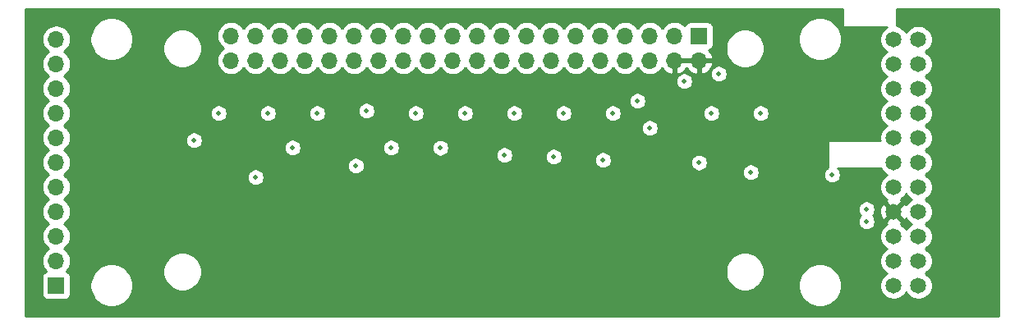
<source format=gbr>
G04 #@! TF.GenerationSoftware,KiCad,Pcbnew,(5.1.2)-1*
G04 #@! TF.CreationDate,2019-11-05T14:52:24-06:00*
G04 #@! TF.ProjectId,computer_board,636f6d70-7574-4657-925f-626f6172642e,rev?*
G04 #@! TF.SameCoordinates,Original*
G04 #@! TF.FileFunction,Copper,L3,Inr*
G04 #@! TF.FilePolarity,Positive*
%FSLAX46Y46*%
G04 Gerber Fmt 4.6, Leading zero omitted, Abs format (unit mm)*
G04 Created by KiCad (PCBNEW (5.1.2)-1) date 2019-11-05 14:52:24*
%MOMM*%
%LPD*%
G04 APERTURE LIST*
%ADD10C,1.640000*%
%ADD11O,1.700000X1.700000*%
%ADD12R,1.700000X1.700000*%
%ADD13C,0.508000*%
%ADD14C,0.254000*%
G04 APERTURE END LIST*
D10*
X184150000Y-59690000D03*
X181610000Y-59690000D03*
X184150000Y-62230000D03*
X181610000Y-62230000D03*
X184150000Y-64770000D03*
X181610000Y-64770000D03*
X184150000Y-67310000D03*
X181610000Y-67310000D03*
X184150000Y-69850000D03*
X181610000Y-69850000D03*
X184150000Y-72390000D03*
X181610000Y-72390000D03*
X184150000Y-74930000D03*
X181610000Y-74930000D03*
X184150000Y-77470000D03*
X181610000Y-77470000D03*
X184150000Y-80010000D03*
X181610000Y-80010000D03*
X184150000Y-82550000D03*
X181610000Y-82550000D03*
X184150000Y-85090000D03*
X181610000Y-85090000D03*
D11*
X95250000Y-59690000D03*
X95250000Y-62230000D03*
X95250000Y-64770000D03*
X95250000Y-67310000D03*
X95250000Y-69850000D03*
X95250000Y-72390000D03*
X95250000Y-74930000D03*
X95250000Y-77470000D03*
X95250000Y-80010000D03*
X95250000Y-82550000D03*
D12*
X95250000Y-85090000D03*
D11*
X113265000Y-61870000D03*
X113265000Y-59330000D03*
X115805000Y-61870000D03*
X115805000Y-59330000D03*
X118345000Y-61870000D03*
X118345000Y-59330000D03*
X120885000Y-61870000D03*
X120885000Y-59330000D03*
X123425000Y-61870000D03*
X123425000Y-59330000D03*
X125965000Y-61870000D03*
X125965000Y-59330000D03*
X128505000Y-61870000D03*
X128505000Y-59330000D03*
X131045000Y-61870000D03*
X131045000Y-59330000D03*
X133585000Y-61870000D03*
X133585000Y-59330000D03*
X136125000Y-61870000D03*
X136125000Y-59330000D03*
X138665000Y-61870000D03*
X138665000Y-59330000D03*
X141205000Y-61870000D03*
X141205000Y-59330000D03*
X143745000Y-61870000D03*
X143745000Y-59330000D03*
X146285000Y-61870000D03*
X146285000Y-59330000D03*
X148825000Y-61870000D03*
X148825000Y-59330000D03*
X151365000Y-61870000D03*
X151365000Y-59330000D03*
X153905000Y-61870000D03*
X153905000Y-59330000D03*
X156445000Y-61870000D03*
X156445000Y-59330000D03*
X158985000Y-61870000D03*
X158985000Y-59330000D03*
X161525000Y-61870000D03*
D12*
X161525000Y-59330000D03*
D13*
X137414000Y-67310000D03*
X127254000Y-67056000D03*
X142494000Y-67310000D03*
X112014000Y-67310000D03*
X162814000Y-67310000D03*
X132334000Y-67310000D03*
X147574000Y-67310000D03*
X122174000Y-67310000D03*
X152654000Y-67310000D03*
X117094000Y-67310000D03*
X167894000Y-67310000D03*
X155194000Y-66040000D03*
X160020000Y-64008000D03*
X163576000Y-63246000D03*
X138430000Y-69088000D03*
X159004000Y-68834000D03*
X128524000Y-69088000D03*
X143764000Y-68834000D03*
X113538000Y-68834000D03*
X164084000Y-68834000D03*
X133604000Y-68834000D03*
X148844000Y-68834000D03*
X123444000Y-68834000D03*
X153924000Y-68834000D03*
X118364000Y-68834000D03*
X169164000Y-68834000D03*
X178816000Y-78486000D03*
X115824000Y-73914000D03*
X178816000Y-77216000D03*
X166878000Y-73406000D03*
X161544000Y-72415460D03*
X151638000Y-72136000D03*
X146558000Y-71805840D03*
X141478000Y-71628000D03*
X134874000Y-70891410D03*
X109474000Y-70104000D03*
X156464000Y-68834000D03*
X175260000Y-73660000D03*
X126154000Y-72728000D03*
X129794000Y-70866000D03*
X119634000Y-70866000D03*
D14*
G36*
X176330143Y-58428500D02*
G01*
X180879038Y-58428500D01*
X180682492Y-58559828D01*
X180479828Y-58762492D01*
X180320596Y-59000799D01*
X180210915Y-59265592D01*
X180155000Y-59546695D01*
X180155000Y-59833305D01*
X180210915Y-60114408D01*
X180320596Y-60379201D01*
X180479828Y-60617508D01*
X180682492Y-60820172D01*
X180891759Y-60960000D01*
X180682492Y-61099828D01*
X180479828Y-61302492D01*
X180320596Y-61540799D01*
X180210915Y-61805592D01*
X180155000Y-62086695D01*
X180155000Y-62373305D01*
X180210915Y-62654408D01*
X180320596Y-62919201D01*
X180479828Y-63157508D01*
X180682492Y-63360172D01*
X180891759Y-63500000D01*
X180682492Y-63639828D01*
X180479828Y-63842492D01*
X180320596Y-64080799D01*
X180210915Y-64345592D01*
X180155000Y-64626695D01*
X180155000Y-64913305D01*
X180210915Y-65194408D01*
X180320596Y-65459201D01*
X180479828Y-65697508D01*
X180682492Y-65900172D01*
X180891759Y-66040000D01*
X180682492Y-66179828D01*
X180479828Y-66382492D01*
X180320596Y-66620799D01*
X180210915Y-66885592D01*
X180155000Y-67166695D01*
X180155000Y-67453305D01*
X180210915Y-67734408D01*
X180320596Y-67999201D01*
X180479828Y-68237508D01*
X180682492Y-68440172D01*
X180891759Y-68580000D01*
X180682492Y-68719828D01*
X180479828Y-68922492D01*
X180320596Y-69160799D01*
X180210915Y-69425592D01*
X180155000Y-69706695D01*
X180155000Y-69993305D01*
X180183682Y-70137500D01*
X174837952Y-70137500D01*
X174837952Y-72872813D01*
X174693296Y-72969469D01*
X174569469Y-73093296D01*
X174472179Y-73238901D01*
X174405164Y-73400688D01*
X174371000Y-73572441D01*
X174371000Y-73747559D01*
X174405164Y-73919312D01*
X174472179Y-74081099D01*
X174569469Y-74226704D01*
X174693296Y-74350531D01*
X174838901Y-74447821D01*
X175000688Y-74514836D01*
X175172441Y-74549000D01*
X175347559Y-74549000D01*
X175519312Y-74514836D01*
X175681099Y-74447821D01*
X175826704Y-74350531D01*
X175950531Y-74226704D01*
X176047821Y-74081099D01*
X176114836Y-73919312D01*
X176149000Y-73747559D01*
X176149000Y-73572441D01*
X176114836Y-73400688D01*
X176047821Y-73238901D01*
X175950531Y-73093296D01*
X175826704Y-72969469D01*
X175808791Y-72957500D01*
X180270186Y-72957500D01*
X180320596Y-73079201D01*
X180479828Y-73317508D01*
X180682492Y-73520172D01*
X180891759Y-73660000D01*
X180682492Y-73799828D01*
X180479828Y-74002492D01*
X180320596Y-74240799D01*
X180210915Y-74505592D01*
X180155000Y-74786695D01*
X180155000Y-75073305D01*
X180210915Y-75354408D01*
X180320596Y-75619201D01*
X180479828Y-75857508D01*
X180682492Y-76060172D01*
X180890286Y-76199016D01*
X180856627Y-76217007D01*
X180782624Y-76463018D01*
X181610000Y-77290395D01*
X182437376Y-76463018D01*
X182363373Y-76217007D01*
X182327951Y-76200194D01*
X182537508Y-76060172D01*
X182740172Y-75857508D01*
X182880000Y-75648241D01*
X183019828Y-75857508D01*
X183222492Y-76060172D01*
X183431759Y-76200000D01*
X183222492Y-76339828D01*
X183019828Y-76542492D01*
X182880984Y-76750286D01*
X182862993Y-76716627D01*
X182616982Y-76642624D01*
X181789605Y-77470000D01*
X182616982Y-78297376D01*
X182862993Y-78223373D01*
X182879806Y-78187951D01*
X183019828Y-78397508D01*
X183222492Y-78600172D01*
X183431759Y-78740000D01*
X183222492Y-78879828D01*
X183019828Y-79082492D01*
X182880000Y-79291759D01*
X182740172Y-79082492D01*
X182537508Y-78879828D01*
X182329714Y-78740984D01*
X182363373Y-78722993D01*
X182437376Y-78476982D01*
X181610000Y-77649605D01*
X180782624Y-78476982D01*
X180856627Y-78722993D01*
X180892049Y-78739806D01*
X180682492Y-78879828D01*
X180479828Y-79082492D01*
X180320596Y-79320799D01*
X180210915Y-79585592D01*
X180155000Y-79866695D01*
X180155000Y-80153305D01*
X180210915Y-80434408D01*
X180320596Y-80699201D01*
X180479828Y-80937508D01*
X180682492Y-81140172D01*
X180891759Y-81280000D01*
X180682492Y-81419828D01*
X180479828Y-81622492D01*
X180320596Y-81860799D01*
X180210915Y-82125592D01*
X180155000Y-82406695D01*
X180155000Y-82693305D01*
X180210915Y-82974408D01*
X180320596Y-83239201D01*
X180479828Y-83477508D01*
X180682492Y-83680172D01*
X180891759Y-83820000D01*
X180682492Y-83959828D01*
X180479828Y-84162492D01*
X180320596Y-84400799D01*
X180210915Y-84665592D01*
X180155000Y-84946695D01*
X180155000Y-85233305D01*
X180210915Y-85514408D01*
X180320596Y-85779201D01*
X180479828Y-86017508D01*
X180682492Y-86220172D01*
X180920799Y-86379404D01*
X181185592Y-86489085D01*
X181466695Y-86545000D01*
X181753305Y-86545000D01*
X182034408Y-86489085D01*
X182299201Y-86379404D01*
X182537508Y-86220172D01*
X182740172Y-86017508D01*
X182880000Y-85808241D01*
X183019828Y-86017508D01*
X183222492Y-86220172D01*
X183460799Y-86379404D01*
X183725592Y-86489085D01*
X184006695Y-86545000D01*
X184293305Y-86545000D01*
X184574408Y-86489085D01*
X184839201Y-86379404D01*
X185077508Y-86220172D01*
X185280172Y-86017508D01*
X185439404Y-85779201D01*
X185549085Y-85514408D01*
X185605000Y-85233305D01*
X185605000Y-84946695D01*
X185549085Y-84665592D01*
X185439404Y-84400799D01*
X185280172Y-84162492D01*
X185077508Y-83959828D01*
X184868241Y-83820000D01*
X185077508Y-83680172D01*
X185280172Y-83477508D01*
X185439404Y-83239201D01*
X185549085Y-82974408D01*
X185605000Y-82693305D01*
X185605000Y-82406695D01*
X185549085Y-82125592D01*
X185439404Y-81860799D01*
X185280172Y-81622492D01*
X185077508Y-81419828D01*
X184868241Y-81280000D01*
X185077508Y-81140172D01*
X185280172Y-80937508D01*
X185439404Y-80699201D01*
X185549085Y-80434408D01*
X185605000Y-80153305D01*
X185605000Y-79866695D01*
X185549085Y-79585592D01*
X185439404Y-79320799D01*
X185280172Y-79082492D01*
X185077508Y-78879828D01*
X184868241Y-78740000D01*
X185077508Y-78600172D01*
X185280172Y-78397508D01*
X185439404Y-78159201D01*
X185549085Y-77894408D01*
X185605000Y-77613305D01*
X185605000Y-77326695D01*
X185549085Y-77045592D01*
X185439404Y-76780799D01*
X185280172Y-76542492D01*
X185077508Y-76339828D01*
X184868241Y-76200000D01*
X185077508Y-76060172D01*
X185280172Y-75857508D01*
X185439404Y-75619201D01*
X185549085Y-75354408D01*
X185605000Y-75073305D01*
X185605000Y-74786695D01*
X185549085Y-74505592D01*
X185439404Y-74240799D01*
X185280172Y-74002492D01*
X185077508Y-73799828D01*
X184868241Y-73660000D01*
X185077508Y-73520172D01*
X185280172Y-73317508D01*
X185439404Y-73079201D01*
X185549085Y-72814408D01*
X185605000Y-72533305D01*
X185605000Y-72246695D01*
X185549085Y-71965592D01*
X185439404Y-71700799D01*
X185280172Y-71462492D01*
X185077508Y-71259828D01*
X184868241Y-71120000D01*
X185077508Y-70980172D01*
X185280172Y-70777508D01*
X185439404Y-70539201D01*
X185549085Y-70274408D01*
X185605000Y-69993305D01*
X185605000Y-69706695D01*
X185549085Y-69425592D01*
X185439404Y-69160799D01*
X185280172Y-68922492D01*
X185077508Y-68719828D01*
X184868241Y-68580000D01*
X185077508Y-68440172D01*
X185280172Y-68237508D01*
X185439404Y-67999201D01*
X185549085Y-67734408D01*
X185605000Y-67453305D01*
X185605000Y-67166695D01*
X185549085Y-66885592D01*
X185439404Y-66620799D01*
X185280172Y-66382492D01*
X185077508Y-66179828D01*
X184868241Y-66040000D01*
X185077508Y-65900172D01*
X185280172Y-65697508D01*
X185439404Y-65459201D01*
X185549085Y-65194408D01*
X185605000Y-64913305D01*
X185605000Y-64626695D01*
X185549085Y-64345592D01*
X185439404Y-64080799D01*
X185280172Y-63842492D01*
X185077508Y-63639828D01*
X184868241Y-63500000D01*
X185077508Y-63360172D01*
X185280172Y-63157508D01*
X185439404Y-62919201D01*
X185549085Y-62654408D01*
X185605000Y-62373305D01*
X185605000Y-62086695D01*
X185549085Y-61805592D01*
X185439404Y-61540799D01*
X185280172Y-61302492D01*
X185077508Y-61099828D01*
X184868241Y-60960000D01*
X185077508Y-60820172D01*
X185280172Y-60617508D01*
X185439404Y-60379201D01*
X185549085Y-60114408D01*
X185605000Y-59833305D01*
X185605000Y-59546695D01*
X185549085Y-59265592D01*
X185439404Y-59000799D01*
X185280172Y-58762492D01*
X185077508Y-58559828D01*
X184839201Y-58400596D01*
X184574408Y-58290915D01*
X184293305Y-58235000D01*
X184006695Y-58235000D01*
X183725592Y-58290915D01*
X183460799Y-58400596D01*
X183222492Y-58559828D01*
X183019828Y-58762492D01*
X182880000Y-58971759D01*
X182740172Y-58762492D01*
X182537508Y-58559828D01*
X182299201Y-58400596D01*
X182034408Y-58290915D01*
X181935857Y-58271312D01*
X181935857Y-56540000D01*
X192380001Y-56540000D01*
X192380000Y-88240000D01*
X92100000Y-88240000D01*
X92100000Y-59690000D01*
X93757815Y-59690000D01*
X93786487Y-59981111D01*
X93871401Y-60261034D01*
X94009294Y-60519014D01*
X94194866Y-60745134D01*
X94420986Y-60930706D01*
X94475791Y-60960000D01*
X94420986Y-60989294D01*
X94194866Y-61174866D01*
X94009294Y-61400986D01*
X93871401Y-61658966D01*
X93786487Y-61938889D01*
X93757815Y-62230000D01*
X93786487Y-62521111D01*
X93871401Y-62801034D01*
X94009294Y-63059014D01*
X94194866Y-63285134D01*
X94420986Y-63470706D01*
X94475791Y-63500000D01*
X94420986Y-63529294D01*
X94194866Y-63714866D01*
X94009294Y-63940986D01*
X93871401Y-64198966D01*
X93786487Y-64478889D01*
X93757815Y-64770000D01*
X93786487Y-65061111D01*
X93871401Y-65341034D01*
X94009294Y-65599014D01*
X94194866Y-65825134D01*
X94420986Y-66010706D01*
X94475791Y-66040000D01*
X94420986Y-66069294D01*
X94194866Y-66254866D01*
X94009294Y-66480986D01*
X93871401Y-66738966D01*
X93786487Y-67018889D01*
X93757815Y-67310000D01*
X93786487Y-67601111D01*
X93871401Y-67881034D01*
X94009294Y-68139014D01*
X94194866Y-68365134D01*
X94420986Y-68550706D01*
X94475791Y-68580000D01*
X94420986Y-68609294D01*
X94194866Y-68794866D01*
X94009294Y-69020986D01*
X93871401Y-69278966D01*
X93786487Y-69558889D01*
X93757815Y-69850000D01*
X93786487Y-70141111D01*
X93871401Y-70421034D01*
X94009294Y-70679014D01*
X94194866Y-70905134D01*
X94420986Y-71090706D01*
X94475791Y-71120000D01*
X94420986Y-71149294D01*
X94194866Y-71334866D01*
X94009294Y-71560986D01*
X93871401Y-71818966D01*
X93786487Y-72098889D01*
X93757815Y-72390000D01*
X93786487Y-72681111D01*
X93871401Y-72961034D01*
X94009294Y-73219014D01*
X94194866Y-73445134D01*
X94420986Y-73630706D01*
X94475791Y-73660000D01*
X94420986Y-73689294D01*
X94194866Y-73874866D01*
X94009294Y-74100986D01*
X93871401Y-74358966D01*
X93786487Y-74638889D01*
X93757815Y-74930000D01*
X93786487Y-75221111D01*
X93871401Y-75501034D01*
X94009294Y-75759014D01*
X94194866Y-75985134D01*
X94420986Y-76170706D01*
X94475791Y-76200000D01*
X94420986Y-76229294D01*
X94194866Y-76414866D01*
X94009294Y-76640986D01*
X93871401Y-76898966D01*
X93786487Y-77178889D01*
X93757815Y-77470000D01*
X93786487Y-77761111D01*
X93871401Y-78041034D01*
X94009294Y-78299014D01*
X94194866Y-78525134D01*
X94420986Y-78710706D01*
X94475791Y-78740000D01*
X94420986Y-78769294D01*
X94194866Y-78954866D01*
X94009294Y-79180986D01*
X93871401Y-79438966D01*
X93786487Y-79718889D01*
X93757815Y-80010000D01*
X93786487Y-80301111D01*
X93871401Y-80581034D01*
X94009294Y-80839014D01*
X94194866Y-81065134D01*
X94420986Y-81250706D01*
X94475791Y-81280000D01*
X94420986Y-81309294D01*
X94194866Y-81494866D01*
X94009294Y-81720986D01*
X93871401Y-81978966D01*
X93786487Y-82258889D01*
X93757815Y-82550000D01*
X93786487Y-82841111D01*
X93871401Y-83121034D01*
X94009294Y-83379014D01*
X94194866Y-83605134D01*
X94224687Y-83629607D01*
X94155820Y-83650498D01*
X94045506Y-83709463D01*
X93948815Y-83788815D01*
X93869463Y-83885506D01*
X93810498Y-83995820D01*
X93774188Y-84115518D01*
X93761928Y-84240000D01*
X93761928Y-85940000D01*
X93774188Y-86064482D01*
X93810498Y-86184180D01*
X93869463Y-86294494D01*
X93948815Y-86391185D01*
X94045506Y-86470537D01*
X94155820Y-86529502D01*
X94275518Y-86565812D01*
X94400000Y-86578072D01*
X96100000Y-86578072D01*
X96224482Y-86565812D01*
X96344180Y-86529502D01*
X96454494Y-86470537D01*
X96551185Y-86391185D01*
X96630537Y-86294494D01*
X96689502Y-86184180D01*
X96725812Y-86064482D01*
X96738072Y-85940000D01*
X96738072Y-84869872D01*
X98730000Y-84869872D01*
X98730000Y-85310128D01*
X98815890Y-85741925D01*
X98984369Y-86148669D01*
X99228962Y-86514729D01*
X99540271Y-86826038D01*
X99906331Y-87070631D01*
X100313075Y-87239110D01*
X100744872Y-87325000D01*
X101185128Y-87325000D01*
X101616925Y-87239110D01*
X102023669Y-87070631D01*
X102389729Y-86826038D01*
X102701038Y-86514729D01*
X102945631Y-86148669D01*
X103114110Y-85741925D01*
X103200000Y-85310128D01*
X103200000Y-84869872D01*
X103114110Y-84438075D01*
X102945631Y-84031331D01*
X102701038Y-83665271D01*
X102487799Y-83452032D01*
X106265000Y-83452032D01*
X106265000Y-83847968D01*
X106342243Y-84236296D01*
X106493761Y-84602092D01*
X106713731Y-84931301D01*
X106993699Y-85211269D01*
X107322908Y-85431239D01*
X107688704Y-85582757D01*
X108077032Y-85660000D01*
X108472968Y-85660000D01*
X108861296Y-85582757D01*
X109227092Y-85431239D01*
X109556301Y-85211269D01*
X109836269Y-84931301D01*
X110056239Y-84602092D01*
X110207757Y-84236296D01*
X110285000Y-83847968D01*
X110285000Y-83452032D01*
X164265000Y-83452032D01*
X164265000Y-83847968D01*
X164342243Y-84236296D01*
X164493761Y-84602092D01*
X164713731Y-84931301D01*
X164993699Y-85211269D01*
X165322908Y-85431239D01*
X165688704Y-85582757D01*
X166077032Y-85660000D01*
X166472968Y-85660000D01*
X166861296Y-85582757D01*
X167227092Y-85431239D01*
X167556301Y-85211269D01*
X167836269Y-84931301D01*
X167877314Y-84869872D01*
X171755000Y-84869872D01*
X171755000Y-85310128D01*
X171840890Y-85741925D01*
X172009369Y-86148669D01*
X172253962Y-86514729D01*
X172565271Y-86826038D01*
X172931331Y-87070631D01*
X173338075Y-87239110D01*
X173769872Y-87325000D01*
X174210128Y-87325000D01*
X174641925Y-87239110D01*
X175048669Y-87070631D01*
X175414729Y-86826038D01*
X175726038Y-86514729D01*
X175970631Y-86148669D01*
X176139110Y-85741925D01*
X176225000Y-85310128D01*
X176225000Y-84869872D01*
X176139110Y-84438075D01*
X175970631Y-84031331D01*
X175726038Y-83665271D01*
X175414729Y-83353962D01*
X175048669Y-83109369D01*
X174641925Y-82940890D01*
X174210128Y-82855000D01*
X173769872Y-82855000D01*
X173338075Y-82940890D01*
X172931331Y-83109369D01*
X172565271Y-83353962D01*
X172253962Y-83665271D01*
X172009369Y-84031331D01*
X171840890Y-84438075D01*
X171755000Y-84869872D01*
X167877314Y-84869872D01*
X168056239Y-84602092D01*
X168207757Y-84236296D01*
X168285000Y-83847968D01*
X168285000Y-83452032D01*
X168207757Y-83063704D01*
X168056239Y-82697908D01*
X167836269Y-82368699D01*
X167556301Y-82088731D01*
X167227092Y-81868761D01*
X166861296Y-81717243D01*
X166472968Y-81640000D01*
X166077032Y-81640000D01*
X165688704Y-81717243D01*
X165322908Y-81868761D01*
X164993699Y-82088731D01*
X164713731Y-82368699D01*
X164493761Y-82697908D01*
X164342243Y-83063704D01*
X164265000Y-83452032D01*
X110285000Y-83452032D01*
X110207757Y-83063704D01*
X110056239Y-82697908D01*
X109836269Y-82368699D01*
X109556301Y-82088731D01*
X109227092Y-81868761D01*
X108861296Y-81717243D01*
X108472968Y-81640000D01*
X108077032Y-81640000D01*
X107688704Y-81717243D01*
X107322908Y-81868761D01*
X106993699Y-82088731D01*
X106713731Y-82368699D01*
X106493761Y-82697908D01*
X106342243Y-83063704D01*
X106265000Y-83452032D01*
X102487799Y-83452032D01*
X102389729Y-83353962D01*
X102023669Y-83109369D01*
X101616925Y-82940890D01*
X101185128Y-82855000D01*
X100744872Y-82855000D01*
X100313075Y-82940890D01*
X99906331Y-83109369D01*
X99540271Y-83353962D01*
X99228962Y-83665271D01*
X98984369Y-84031331D01*
X98815890Y-84438075D01*
X98730000Y-84869872D01*
X96738072Y-84869872D01*
X96738072Y-84240000D01*
X96725812Y-84115518D01*
X96689502Y-83995820D01*
X96630537Y-83885506D01*
X96551185Y-83788815D01*
X96454494Y-83709463D01*
X96344180Y-83650498D01*
X96275313Y-83629607D01*
X96305134Y-83605134D01*
X96490706Y-83379014D01*
X96628599Y-83121034D01*
X96713513Y-82841111D01*
X96742185Y-82550000D01*
X96713513Y-82258889D01*
X96628599Y-81978966D01*
X96490706Y-81720986D01*
X96305134Y-81494866D01*
X96079014Y-81309294D01*
X96024209Y-81280000D01*
X96079014Y-81250706D01*
X96305134Y-81065134D01*
X96490706Y-80839014D01*
X96628599Y-80581034D01*
X96713513Y-80301111D01*
X96742185Y-80010000D01*
X96713513Y-79718889D01*
X96628599Y-79438966D01*
X96490706Y-79180986D01*
X96305134Y-78954866D01*
X96079014Y-78769294D01*
X96024209Y-78740000D01*
X96079014Y-78710706D01*
X96305134Y-78525134D01*
X96490706Y-78299014D01*
X96628599Y-78041034D01*
X96713513Y-77761111D01*
X96742185Y-77470000D01*
X96713513Y-77178889D01*
X96698210Y-77128441D01*
X177927000Y-77128441D01*
X177927000Y-77303559D01*
X177961164Y-77475312D01*
X178028179Y-77637099D01*
X178125469Y-77782704D01*
X178193765Y-77851000D01*
X178125469Y-77919296D01*
X178028179Y-78064901D01*
X177961164Y-78226688D01*
X177927000Y-78398441D01*
X177927000Y-78573559D01*
X177961164Y-78745312D01*
X178028179Y-78907099D01*
X178125469Y-79052704D01*
X178249296Y-79176531D01*
X178394901Y-79273821D01*
X178556688Y-79340836D01*
X178728441Y-79375000D01*
X178903559Y-79375000D01*
X179075312Y-79340836D01*
X179237099Y-79273821D01*
X179382704Y-79176531D01*
X179506531Y-79052704D01*
X179603821Y-78907099D01*
X179670836Y-78745312D01*
X179705000Y-78573559D01*
X179705000Y-78398441D01*
X179670836Y-78226688D01*
X179603821Y-78064901D01*
X179506531Y-77919296D01*
X179438235Y-77851000D01*
X179506531Y-77782704D01*
X179603821Y-77637099D01*
X179644157Y-77539719D01*
X180149624Y-77539719D01*
X180191286Y-77823285D01*
X180287468Y-78093275D01*
X180357007Y-78223373D01*
X180603018Y-78297376D01*
X181430395Y-77470000D01*
X180603018Y-76642624D01*
X180357007Y-76716627D01*
X180234107Y-76975550D01*
X180164083Y-77253474D01*
X180149624Y-77539719D01*
X179644157Y-77539719D01*
X179670836Y-77475312D01*
X179705000Y-77303559D01*
X179705000Y-77128441D01*
X179670836Y-76956688D01*
X179603821Y-76794901D01*
X179506531Y-76649296D01*
X179382704Y-76525469D01*
X179237099Y-76428179D01*
X179075312Y-76361164D01*
X178903559Y-76327000D01*
X178728441Y-76327000D01*
X178556688Y-76361164D01*
X178394901Y-76428179D01*
X178249296Y-76525469D01*
X178125469Y-76649296D01*
X178028179Y-76794901D01*
X177961164Y-76956688D01*
X177927000Y-77128441D01*
X96698210Y-77128441D01*
X96628599Y-76898966D01*
X96490706Y-76640986D01*
X96305134Y-76414866D01*
X96079014Y-76229294D01*
X96024209Y-76200000D01*
X96079014Y-76170706D01*
X96305134Y-75985134D01*
X96490706Y-75759014D01*
X96628599Y-75501034D01*
X96713513Y-75221111D01*
X96742185Y-74930000D01*
X96713513Y-74638889D01*
X96628599Y-74358966D01*
X96490706Y-74100986D01*
X96305134Y-73874866D01*
X96246129Y-73826441D01*
X114935000Y-73826441D01*
X114935000Y-74001559D01*
X114969164Y-74173312D01*
X115036179Y-74335099D01*
X115133469Y-74480704D01*
X115257296Y-74604531D01*
X115402901Y-74701821D01*
X115564688Y-74768836D01*
X115736441Y-74803000D01*
X115911559Y-74803000D01*
X116083312Y-74768836D01*
X116245099Y-74701821D01*
X116390704Y-74604531D01*
X116514531Y-74480704D01*
X116611821Y-74335099D01*
X116678836Y-74173312D01*
X116713000Y-74001559D01*
X116713000Y-73826441D01*
X116678836Y-73654688D01*
X116611821Y-73492901D01*
X116514531Y-73347296D01*
X116390704Y-73223469D01*
X116245099Y-73126179D01*
X116083312Y-73059164D01*
X115911559Y-73025000D01*
X115736441Y-73025000D01*
X115564688Y-73059164D01*
X115402901Y-73126179D01*
X115257296Y-73223469D01*
X115133469Y-73347296D01*
X115036179Y-73492901D01*
X114969164Y-73654688D01*
X114935000Y-73826441D01*
X96246129Y-73826441D01*
X96079014Y-73689294D01*
X96024209Y-73660000D01*
X96079014Y-73630706D01*
X96305134Y-73445134D01*
X96490706Y-73219014D01*
X96628599Y-72961034D01*
X96713513Y-72681111D01*
X96717518Y-72640441D01*
X125265000Y-72640441D01*
X125265000Y-72815559D01*
X125299164Y-72987312D01*
X125366179Y-73149099D01*
X125463469Y-73294704D01*
X125587296Y-73418531D01*
X125732901Y-73515821D01*
X125894688Y-73582836D01*
X126066441Y-73617000D01*
X126241559Y-73617000D01*
X126413312Y-73582836D01*
X126575099Y-73515821D01*
X126720704Y-73418531D01*
X126820794Y-73318441D01*
X165989000Y-73318441D01*
X165989000Y-73493559D01*
X166023164Y-73665312D01*
X166090179Y-73827099D01*
X166187469Y-73972704D01*
X166311296Y-74096531D01*
X166456901Y-74193821D01*
X166618688Y-74260836D01*
X166790441Y-74295000D01*
X166965559Y-74295000D01*
X167137312Y-74260836D01*
X167299099Y-74193821D01*
X167444704Y-74096531D01*
X167568531Y-73972704D01*
X167665821Y-73827099D01*
X167732836Y-73665312D01*
X167767000Y-73493559D01*
X167767000Y-73318441D01*
X167732836Y-73146688D01*
X167665821Y-72984901D01*
X167568531Y-72839296D01*
X167444704Y-72715469D01*
X167299099Y-72618179D01*
X167137312Y-72551164D01*
X166965559Y-72517000D01*
X166790441Y-72517000D01*
X166618688Y-72551164D01*
X166456901Y-72618179D01*
X166311296Y-72715469D01*
X166187469Y-72839296D01*
X166090179Y-72984901D01*
X166023164Y-73146688D01*
X165989000Y-73318441D01*
X126820794Y-73318441D01*
X126844531Y-73294704D01*
X126941821Y-73149099D01*
X127008836Y-72987312D01*
X127043000Y-72815559D01*
X127043000Y-72640441D01*
X127008836Y-72468688D01*
X126941821Y-72306901D01*
X126844531Y-72161296D01*
X126720704Y-72037469D01*
X126575099Y-71940179D01*
X126413312Y-71873164D01*
X126241559Y-71839000D01*
X126066441Y-71839000D01*
X125894688Y-71873164D01*
X125732901Y-71940179D01*
X125587296Y-72037469D01*
X125463469Y-72161296D01*
X125366179Y-72306901D01*
X125299164Y-72468688D01*
X125265000Y-72640441D01*
X96717518Y-72640441D01*
X96742185Y-72390000D01*
X96713513Y-72098889D01*
X96628599Y-71818966D01*
X96490706Y-71560986D01*
X96305134Y-71334866D01*
X96079014Y-71149294D01*
X96024209Y-71120000D01*
X96079014Y-71090706D01*
X96305134Y-70905134D01*
X96490706Y-70679014D01*
X96628599Y-70421034D01*
X96713513Y-70141111D01*
X96725791Y-70016441D01*
X108585000Y-70016441D01*
X108585000Y-70191559D01*
X108619164Y-70363312D01*
X108686179Y-70525099D01*
X108783469Y-70670704D01*
X108907296Y-70794531D01*
X109052901Y-70891821D01*
X109214688Y-70958836D01*
X109386441Y-70993000D01*
X109561559Y-70993000D01*
X109733312Y-70958836D01*
X109895099Y-70891821D01*
X110040704Y-70794531D01*
X110056794Y-70778441D01*
X118745000Y-70778441D01*
X118745000Y-70953559D01*
X118779164Y-71125312D01*
X118846179Y-71287099D01*
X118943469Y-71432704D01*
X119067296Y-71556531D01*
X119212901Y-71653821D01*
X119374688Y-71720836D01*
X119546441Y-71755000D01*
X119721559Y-71755000D01*
X119893312Y-71720836D01*
X120055099Y-71653821D01*
X120200704Y-71556531D01*
X120324531Y-71432704D01*
X120421821Y-71287099D01*
X120488836Y-71125312D01*
X120523000Y-70953559D01*
X120523000Y-70778441D01*
X128905000Y-70778441D01*
X128905000Y-70953559D01*
X128939164Y-71125312D01*
X129006179Y-71287099D01*
X129103469Y-71432704D01*
X129227296Y-71556531D01*
X129372901Y-71653821D01*
X129534688Y-71720836D01*
X129706441Y-71755000D01*
X129881559Y-71755000D01*
X130053312Y-71720836D01*
X130215099Y-71653821D01*
X130360704Y-71556531D01*
X130484531Y-71432704D01*
X130581821Y-71287099D01*
X130648836Y-71125312D01*
X130683000Y-70953559D01*
X130683000Y-70803851D01*
X133985000Y-70803851D01*
X133985000Y-70978969D01*
X134019164Y-71150722D01*
X134086179Y-71312509D01*
X134183469Y-71458114D01*
X134307296Y-71581941D01*
X134452901Y-71679231D01*
X134614688Y-71746246D01*
X134786441Y-71780410D01*
X134961559Y-71780410D01*
X135133312Y-71746246D01*
X135295099Y-71679231D01*
X135440704Y-71581941D01*
X135482204Y-71540441D01*
X140589000Y-71540441D01*
X140589000Y-71715559D01*
X140623164Y-71887312D01*
X140690179Y-72049099D01*
X140787469Y-72194704D01*
X140911296Y-72318531D01*
X141056901Y-72415821D01*
X141218688Y-72482836D01*
X141390441Y-72517000D01*
X141565559Y-72517000D01*
X141737312Y-72482836D01*
X141899099Y-72415821D01*
X142044704Y-72318531D01*
X142168531Y-72194704D01*
X142265821Y-72049099D01*
X142332836Y-71887312D01*
X142366458Y-71718281D01*
X145669000Y-71718281D01*
X145669000Y-71893399D01*
X145703164Y-72065152D01*
X145770179Y-72226939D01*
X145867469Y-72372544D01*
X145991296Y-72496371D01*
X146136901Y-72593661D01*
X146298688Y-72660676D01*
X146470441Y-72694840D01*
X146645559Y-72694840D01*
X146817312Y-72660676D01*
X146979099Y-72593661D01*
X147124704Y-72496371D01*
X147248531Y-72372544D01*
X147345821Y-72226939D01*
X147412836Y-72065152D01*
X147416160Y-72048441D01*
X150749000Y-72048441D01*
X150749000Y-72223559D01*
X150783164Y-72395312D01*
X150850179Y-72557099D01*
X150947469Y-72702704D01*
X151071296Y-72826531D01*
X151216901Y-72923821D01*
X151378688Y-72990836D01*
X151550441Y-73025000D01*
X151725559Y-73025000D01*
X151897312Y-72990836D01*
X152059099Y-72923821D01*
X152204704Y-72826531D01*
X152328531Y-72702704D01*
X152425821Y-72557099D01*
X152492836Y-72395312D01*
X152506244Y-72327901D01*
X160655000Y-72327901D01*
X160655000Y-72503019D01*
X160689164Y-72674772D01*
X160756179Y-72836559D01*
X160853469Y-72982164D01*
X160977296Y-73105991D01*
X161122901Y-73203281D01*
X161284688Y-73270296D01*
X161456441Y-73304460D01*
X161631559Y-73304460D01*
X161803312Y-73270296D01*
X161965099Y-73203281D01*
X162110704Y-73105991D01*
X162234531Y-72982164D01*
X162331821Y-72836559D01*
X162398836Y-72674772D01*
X162433000Y-72503019D01*
X162433000Y-72327901D01*
X162398836Y-72156148D01*
X162331821Y-71994361D01*
X162234531Y-71848756D01*
X162110704Y-71724929D01*
X161965099Y-71627639D01*
X161803312Y-71560624D01*
X161631559Y-71526460D01*
X161456441Y-71526460D01*
X161284688Y-71560624D01*
X161122901Y-71627639D01*
X160977296Y-71724929D01*
X160853469Y-71848756D01*
X160756179Y-71994361D01*
X160689164Y-72156148D01*
X160655000Y-72327901D01*
X152506244Y-72327901D01*
X152527000Y-72223559D01*
X152527000Y-72048441D01*
X152492836Y-71876688D01*
X152425821Y-71714901D01*
X152328531Y-71569296D01*
X152204704Y-71445469D01*
X152059099Y-71348179D01*
X151897312Y-71281164D01*
X151725559Y-71247000D01*
X151550441Y-71247000D01*
X151378688Y-71281164D01*
X151216901Y-71348179D01*
X151071296Y-71445469D01*
X150947469Y-71569296D01*
X150850179Y-71714901D01*
X150783164Y-71876688D01*
X150749000Y-72048441D01*
X147416160Y-72048441D01*
X147447000Y-71893399D01*
X147447000Y-71718281D01*
X147412836Y-71546528D01*
X147345821Y-71384741D01*
X147248531Y-71239136D01*
X147124704Y-71115309D01*
X146979099Y-71018019D01*
X146817312Y-70951004D01*
X146645559Y-70916840D01*
X146470441Y-70916840D01*
X146298688Y-70951004D01*
X146136901Y-71018019D01*
X145991296Y-71115309D01*
X145867469Y-71239136D01*
X145770179Y-71384741D01*
X145703164Y-71546528D01*
X145669000Y-71718281D01*
X142366458Y-71718281D01*
X142367000Y-71715559D01*
X142367000Y-71540441D01*
X142332836Y-71368688D01*
X142265821Y-71206901D01*
X142168531Y-71061296D01*
X142044704Y-70937469D01*
X141899099Y-70840179D01*
X141737312Y-70773164D01*
X141565559Y-70739000D01*
X141390441Y-70739000D01*
X141218688Y-70773164D01*
X141056901Y-70840179D01*
X140911296Y-70937469D01*
X140787469Y-71061296D01*
X140690179Y-71206901D01*
X140623164Y-71368688D01*
X140589000Y-71540441D01*
X135482204Y-71540441D01*
X135564531Y-71458114D01*
X135661821Y-71312509D01*
X135728836Y-71150722D01*
X135763000Y-70978969D01*
X135763000Y-70803851D01*
X135728836Y-70632098D01*
X135661821Y-70470311D01*
X135564531Y-70324706D01*
X135440704Y-70200879D01*
X135295099Y-70103589D01*
X135133312Y-70036574D01*
X134961559Y-70002410D01*
X134786441Y-70002410D01*
X134614688Y-70036574D01*
X134452901Y-70103589D01*
X134307296Y-70200879D01*
X134183469Y-70324706D01*
X134086179Y-70470311D01*
X134019164Y-70632098D01*
X133985000Y-70803851D01*
X130683000Y-70803851D01*
X130683000Y-70778441D01*
X130648836Y-70606688D01*
X130581821Y-70444901D01*
X130484531Y-70299296D01*
X130360704Y-70175469D01*
X130215099Y-70078179D01*
X130053312Y-70011164D01*
X129881559Y-69977000D01*
X129706441Y-69977000D01*
X129534688Y-70011164D01*
X129372901Y-70078179D01*
X129227296Y-70175469D01*
X129103469Y-70299296D01*
X129006179Y-70444901D01*
X128939164Y-70606688D01*
X128905000Y-70778441D01*
X120523000Y-70778441D01*
X120488836Y-70606688D01*
X120421821Y-70444901D01*
X120324531Y-70299296D01*
X120200704Y-70175469D01*
X120055099Y-70078179D01*
X119893312Y-70011164D01*
X119721559Y-69977000D01*
X119546441Y-69977000D01*
X119374688Y-70011164D01*
X119212901Y-70078179D01*
X119067296Y-70175469D01*
X118943469Y-70299296D01*
X118846179Y-70444901D01*
X118779164Y-70606688D01*
X118745000Y-70778441D01*
X110056794Y-70778441D01*
X110164531Y-70670704D01*
X110261821Y-70525099D01*
X110328836Y-70363312D01*
X110363000Y-70191559D01*
X110363000Y-70016441D01*
X110328836Y-69844688D01*
X110261821Y-69682901D01*
X110164531Y-69537296D01*
X110040704Y-69413469D01*
X109895099Y-69316179D01*
X109733312Y-69249164D01*
X109561559Y-69215000D01*
X109386441Y-69215000D01*
X109214688Y-69249164D01*
X109052901Y-69316179D01*
X108907296Y-69413469D01*
X108783469Y-69537296D01*
X108686179Y-69682901D01*
X108619164Y-69844688D01*
X108585000Y-70016441D01*
X96725791Y-70016441D01*
X96742185Y-69850000D01*
X96713513Y-69558889D01*
X96628599Y-69278966D01*
X96490706Y-69020986D01*
X96305134Y-68794866D01*
X96246129Y-68746441D01*
X155575000Y-68746441D01*
X155575000Y-68921559D01*
X155609164Y-69093312D01*
X155676179Y-69255099D01*
X155773469Y-69400704D01*
X155897296Y-69524531D01*
X156042901Y-69621821D01*
X156204688Y-69688836D01*
X156376441Y-69723000D01*
X156551559Y-69723000D01*
X156723312Y-69688836D01*
X156885099Y-69621821D01*
X157030704Y-69524531D01*
X157154531Y-69400704D01*
X157251821Y-69255099D01*
X157318836Y-69093312D01*
X157353000Y-68921559D01*
X157353000Y-68746441D01*
X157318836Y-68574688D01*
X157251821Y-68412901D01*
X157154531Y-68267296D01*
X157030704Y-68143469D01*
X156885099Y-68046179D01*
X156723312Y-67979164D01*
X156551559Y-67945000D01*
X156376441Y-67945000D01*
X156204688Y-67979164D01*
X156042901Y-68046179D01*
X155897296Y-68143469D01*
X155773469Y-68267296D01*
X155676179Y-68412901D01*
X155609164Y-68574688D01*
X155575000Y-68746441D01*
X96246129Y-68746441D01*
X96079014Y-68609294D01*
X96024209Y-68580000D01*
X96079014Y-68550706D01*
X96305134Y-68365134D01*
X96490706Y-68139014D01*
X96628599Y-67881034D01*
X96713513Y-67601111D01*
X96742185Y-67310000D01*
X96733562Y-67222441D01*
X111125000Y-67222441D01*
X111125000Y-67397559D01*
X111159164Y-67569312D01*
X111226179Y-67731099D01*
X111323469Y-67876704D01*
X111447296Y-68000531D01*
X111592901Y-68097821D01*
X111754688Y-68164836D01*
X111926441Y-68199000D01*
X112101559Y-68199000D01*
X112273312Y-68164836D01*
X112435099Y-68097821D01*
X112580704Y-68000531D01*
X112704531Y-67876704D01*
X112801821Y-67731099D01*
X112868836Y-67569312D01*
X112903000Y-67397559D01*
X112903000Y-67222441D01*
X116205000Y-67222441D01*
X116205000Y-67397559D01*
X116239164Y-67569312D01*
X116306179Y-67731099D01*
X116403469Y-67876704D01*
X116527296Y-68000531D01*
X116672901Y-68097821D01*
X116834688Y-68164836D01*
X117006441Y-68199000D01*
X117181559Y-68199000D01*
X117353312Y-68164836D01*
X117515099Y-68097821D01*
X117660704Y-68000531D01*
X117784531Y-67876704D01*
X117881821Y-67731099D01*
X117948836Y-67569312D01*
X117983000Y-67397559D01*
X117983000Y-67222441D01*
X121285000Y-67222441D01*
X121285000Y-67397559D01*
X121319164Y-67569312D01*
X121386179Y-67731099D01*
X121483469Y-67876704D01*
X121607296Y-68000531D01*
X121752901Y-68097821D01*
X121914688Y-68164836D01*
X122086441Y-68199000D01*
X122261559Y-68199000D01*
X122433312Y-68164836D01*
X122595099Y-68097821D01*
X122740704Y-68000531D01*
X122864531Y-67876704D01*
X122961821Y-67731099D01*
X123028836Y-67569312D01*
X123063000Y-67397559D01*
X123063000Y-67222441D01*
X123028836Y-67050688D01*
X122994768Y-66968441D01*
X126365000Y-66968441D01*
X126365000Y-67143559D01*
X126399164Y-67315312D01*
X126466179Y-67477099D01*
X126563469Y-67622704D01*
X126687296Y-67746531D01*
X126832901Y-67843821D01*
X126994688Y-67910836D01*
X127166441Y-67945000D01*
X127341559Y-67945000D01*
X127513312Y-67910836D01*
X127675099Y-67843821D01*
X127820704Y-67746531D01*
X127944531Y-67622704D01*
X128041821Y-67477099D01*
X128108836Y-67315312D01*
X128127309Y-67222441D01*
X131445000Y-67222441D01*
X131445000Y-67397559D01*
X131479164Y-67569312D01*
X131546179Y-67731099D01*
X131643469Y-67876704D01*
X131767296Y-68000531D01*
X131912901Y-68097821D01*
X132074688Y-68164836D01*
X132246441Y-68199000D01*
X132421559Y-68199000D01*
X132593312Y-68164836D01*
X132755099Y-68097821D01*
X132900704Y-68000531D01*
X133024531Y-67876704D01*
X133121821Y-67731099D01*
X133188836Y-67569312D01*
X133223000Y-67397559D01*
X133223000Y-67222441D01*
X136525000Y-67222441D01*
X136525000Y-67397559D01*
X136559164Y-67569312D01*
X136626179Y-67731099D01*
X136723469Y-67876704D01*
X136847296Y-68000531D01*
X136992901Y-68097821D01*
X137154688Y-68164836D01*
X137326441Y-68199000D01*
X137501559Y-68199000D01*
X137673312Y-68164836D01*
X137835099Y-68097821D01*
X137980704Y-68000531D01*
X138104531Y-67876704D01*
X138201821Y-67731099D01*
X138268836Y-67569312D01*
X138303000Y-67397559D01*
X138303000Y-67222441D01*
X141605000Y-67222441D01*
X141605000Y-67397559D01*
X141639164Y-67569312D01*
X141706179Y-67731099D01*
X141803469Y-67876704D01*
X141927296Y-68000531D01*
X142072901Y-68097821D01*
X142234688Y-68164836D01*
X142406441Y-68199000D01*
X142581559Y-68199000D01*
X142753312Y-68164836D01*
X142915099Y-68097821D01*
X143060704Y-68000531D01*
X143184531Y-67876704D01*
X143281821Y-67731099D01*
X143348836Y-67569312D01*
X143383000Y-67397559D01*
X143383000Y-67222441D01*
X146685000Y-67222441D01*
X146685000Y-67397559D01*
X146719164Y-67569312D01*
X146786179Y-67731099D01*
X146883469Y-67876704D01*
X147007296Y-68000531D01*
X147152901Y-68097821D01*
X147314688Y-68164836D01*
X147486441Y-68199000D01*
X147661559Y-68199000D01*
X147833312Y-68164836D01*
X147995099Y-68097821D01*
X148140704Y-68000531D01*
X148264531Y-67876704D01*
X148361821Y-67731099D01*
X148428836Y-67569312D01*
X148463000Y-67397559D01*
X148463000Y-67222441D01*
X151765000Y-67222441D01*
X151765000Y-67397559D01*
X151799164Y-67569312D01*
X151866179Y-67731099D01*
X151963469Y-67876704D01*
X152087296Y-68000531D01*
X152232901Y-68097821D01*
X152394688Y-68164836D01*
X152566441Y-68199000D01*
X152741559Y-68199000D01*
X152913312Y-68164836D01*
X153075099Y-68097821D01*
X153220704Y-68000531D01*
X153344531Y-67876704D01*
X153441821Y-67731099D01*
X153508836Y-67569312D01*
X153543000Y-67397559D01*
X153543000Y-67222441D01*
X161925000Y-67222441D01*
X161925000Y-67397559D01*
X161959164Y-67569312D01*
X162026179Y-67731099D01*
X162123469Y-67876704D01*
X162247296Y-68000531D01*
X162392901Y-68097821D01*
X162554688Y-68164836D01*
X162726441Y-68199000D01*
X162901559Y-68199000D01*
X163073312Y-68164836D01*
X163235099Y-68097821D01*
X163380704Y-68000531D01*
X163504531Y-67876704D01*
X163601821Y-67731099D01*
X163668836Y-67569312D01*
X163703000Y-67397559D01*
X163703000Y-67222441D01*
X167005000Y-67222441D01*
X167005000Y-67397559D01*
X167039164Y-67569312D01*
X167106179Y-67731099D01*
X167203469Y-67876704D01*
X167327296Y-68000531D01*
X167472901Y-68097821D01*
X167634688Y-68164836D01*
X167806441Y-68199000D01*
X167981559Y-68199000D01*
X168153312Y-68164836D01*
X168315099Y-68097821D01*
X168460704Y-68000531D01*
X168584531Y-67876704D01*
X168681821Y-67731099D01*
X168748836Y-67569312D01*
X168783000Y-67397559D01*
X168783000Y-67222441D01*
X168748836Y-67050688D01*
X168681821Y-66888901D01*
X168584531Y-66743296D01*
X168460704Y-66619469D01*
X168315099Y-66522179D01*
X168153312Y-66455164D01*
X167981559Y-66421000D01*
X167806441Y-66421000D01*
X167634688Y-66455164D01*
X167472901Y-66522179D01*
X167327296Y-66619469D01*
X167203469Y-66743296D01*
X167106179Y-66888901D01*
X167039164Y-67050688D01*
X167005000Y-67222441D01*
X163703000Y-67222441D01*
X163668836Y-67050688D01*
X163601821Y-66888901D01*
X163504531Y-66743296D01*
X163380704Y-66619469D01*
X163235099Y-66522179D01*
X163073312Y-66455164D01*
X162901559Y-66421000D01*
X162726441Y-66421000D01*
X162554688Y-66455164D01*
X162392901Y-66522179D01*
X162247296Y-66619469D01*
X162123469Y-66743296D01*
X162026179Y-66888901D01*
X161959164Y-67050688D01*
X161925000Y-67222441D01*
X153543000Y-67222441D01*
X153508836Y-67050688D01*
X153441821Y-66888901D01*
X153344531Y-66743296D01*
X153220704Y-66619469D01*
X153075099Y-66522179D01*
X152913312Y-66455164D01*
X152741559Y-66421000D01*
X152566441Y-66421000D01*
X152394688Y-66455164D01*
X152232901Y-66522179D01*
X152087296Y-66619469D01*
X151963469Y-66743296D01*
X151866179Y-66888901D01*
X151799164Y-67050688D01*
X151765000Y-67222441D01*
X148463000Y-67222441D01*
X148428836Y-67050688D01*
X148361821Y-66888901D01*
X148264531Y-66743296D01*
X148140704Y-66619469D01*
X147995099Y-66522179D01*
X147833312Y-66455164D01*
X147661559Y-66421000D01*
X147486441Y-66421000D01*
X147314688Y-66455164D01*
X147152901Y-66522179D01*
X147007296Y-66619469D01*
X146883469Y-66743296D01*
X146786179Y-66888901D01*
X146719164Y-67050688D01*
X146685000Y-67222441D01*
X143383000Y-67222441D01*
X143348836Y-67050688D01*
X143281821Y-66888901D01*
X143184531Y-66743296D01*
X143060704Y-66619469D01*
X142915099Y-66522179D01*
X142753312Y-66455164D01*
X142581559Y-66421000D01*
X142406441Y-66421000D01*
X142234688Y-66455164D01*
X142072901Y-66522179D01*
X141927296Y-66619469D01*
X141803469Y-66743296D01*
X141706179Y-66888901D01*
X141639164Y-67050688D01*
X141605000Y-67222441D01*
X138303000Y-67222441D01*
X138268836Y-67050688D01*
X138201821Y-66888901D01*
X138104531Y-66743296D01*
X137980704Y-66619469D01*
X137835099Y-66522179D01*
X137673312Y-66455164D01*
X137501559Y-66421000D01*
X137326441Y-66421000D01*
X137154688Y-66455164D01*
X136992901Y-66522179D01*
X136847296Y-66619469D01*
X136723469Y-66743296D01*
X136626179Y-66888901D01*
X136559164Y-67050688D01*
X136525000Y-67222441D01*
X133223000Y-67222441D01*
X133188836Y-67050688D01*
X133121821Y-66888901D01*
X133024531Y-66743296D01*
X132900704Y-66619469D01*
X132755099Y-66522179D01*
X132593312Y-66455164D01*
X132421559Y-66421000D01*
X132246441Y-66421000D01*
X132074688Y-66455164D01*
X131912901Y-66522179D01*
X131767296Y-66619469D01*
X131643469Y-66743296D01*
X131546179Y-66888901D01*
X131479164Y-67050688D01*
X131445000Y-67222441D01*
X128127309Y-67222441D01*
X128143000Y-67143559D01*
X128143000Y-66968441D01*
X128108836Y-66796688D01*
X128041821Y-66634901D01*
X127944531Y-66489296D01*
X127820704Y-66365469D01*
X127675099Y-66268179D01*
X127513312Y-66201164D01*
X127341559Y-66167000D01*
X127166441Y-66167000D01*
X126994688Y-66201164D01*
X126832901Y-66268179D01*
X126687296Y-66365469D01*
X126563469Y-66489296D01*
X126466179Y-66634901D01*
X126399164Y-66796688D01*
X126365000Y-66968441D01*
X122994768Y-66968441D01*
X122961821Y-66888901D01*
X122864531Y-66743296D01*
X122740704Y-66619469D01*
X122595099Y-66522179D01*
X122433312Y-66455164D01*
X122261559Y-66421000D01*
X122086441Y-66421000D01*
X121914688Y-66455164D01*
X121752901Y-66522179D01*
X121607296Y-66619469D01*
X121483469Y-66743296D01*
X121386179Y-66888901D01*
X121319164Y-67050688D01*
X121285000Y-67222441D01*
X117983000Y-67222441D01*
X117948836Y-67050688D01*
X117881821Y-66888901D01*
X117784531Y-66743296D01*
X117660704Y-66619469D01*
X117515099Y-66522179D01*
X117353312Y-66455164D01*
X117181559Y-66421000D01*
X117006441Y-66421000D01*
X116834688Y-66455164D01*
X116672901Y-66522179D01*
X116527296Y-66619469D01*
X116403469Y-66743296D01*
X116306179Y-66888901D01*
X116239164Y-67050688D01*
X116205000Y-67222441D01*
X112903000Y-67222441D01*
X112868836Y-67050688D01*
X112801821Y-66888901D01*
X112704531Y-66743296D01*
X112580704Y-66619469D01*
X112435099Y-66522179D01*
X112273312Y-66455164D01*
X112101559Y-66421000D01*
X111926441Y-66421000D01*
X111754688Y-66455164D01*
X111592901Y-66522179D01*
X111447296Y-66619469D01*
X111323469Y-66743296D01*
X111226179Y-66888901D01*
X111159164Y-67050688D01*
X111125000Y-67222441D01*
X96733562Y-67222441D01*
X96713513Y-67018889D01*
X96628599Y-66738966D01*
X96490706Y-66480986D01*
X96305134Y-66254866D01*
X96079014Y-66069294D01*
X96024209Y-66040000D01*
X96079014Y-66010706D01*
X96150010Y-65952441D01*
X154305000Y-65952441D01*
X154305000Y-66127559D01*
X154339164Y-66299312D01*
X154406179Y-66461099D01*
X154503469Y-66606704D01*
X154627296Y-66730531D01*
X154772901Y-66827821D01*
X154934688Y-66894836D01*
X155106441Y-66929000D01*
X155281559Y-66929000D01*
X155453312Y-66894836D01*
X155615099Y-66827821D01*
X155760704Y-66730531D01*
X155884531Y-66606704D01*
X155981821Y-66461099D01*
X156048836Y-66299312D01*
X156083000Y-66127559D01*
X156083000Y-65952441D01*
X156048836Y-65780688D01*
X155981821Y-65618901D01*
X155884531Y-65473296D01*
X155760704Y-65349469D01*
X155615099Y-65252179D01*
X155453312Y-65185164D01*
X155281559Y-65151000D01*
X155106441Y-65151000D01*
X154934688Y-65185164D01*
X154772901Y-65252179D01*
X154627296Y-65349469D01*
X154503469Y-65473296D01*
X154406179Y-65618901D01*
X154339164Y-65780688D01*
X154305000Y-65952441D01*
X96150010Y-65952441D01*
X96305134Y-65825134D01*
X96490706Y-65599014D01*
X96628599Y-65341034D01*
X96713513Y-65061111D01*
X96742185Y-64770000D01*
X96713513Y-64478889D01*
X96628599Y-64198966D01*
X96490706Y-63940986D01*
X96473846Y-63920441D01*
X159131000Y-63920441D01*
X159131000Y-64095559D01*
X159165164Y-64267312D01*
X159232179Y-64429099D01*
X159329469Y-64574704D01*
X159453296Y-64698531D01*
X159598901Y-64795821D01*
X159760688Y-64862836D01*
X159932441Y-64897000D01*
X160107559Y-64897000D01*
X160279312Y-64862836D01*
X160441099Y-64795821D01*
X160586704Y-64698531D01*
X160710531Y-64574704D01*
X160807821Y-64429099D01*
X160874836Y-64267312D01*
X160909000Y-64095559D01*
X160909000Y-63920441D01*
X160874836Y-63748688D01*
X160807821Y-63586901D01*
X160710531Y-63441296D01*
X160586704Y-63317469D01*
X160441099Y-63220179D01*
X160279312Y-63153164D01*
X160107559Y-63119000D01*
X159932441Y-63119000D01*
X159760688Y-63153164D01*
X159598901Y-63220179D01*
X159453296Y-63317469D01*
X159329469Y-63441296D01*
X159232179Y-63586901D01*
X159165164Y-63748688D01*
X159131000Y-63920441D01*
X96473846Y-63920441D01*
X96305134Y-63714866D01*
X96079014Y-63529294D01*
X96024209Y-63500000D01*
X96079014Y-63470706D01*
X96305134Y-63285134D01*
X96490706Y-63059014D01*
X96628599Y-62801034D01*
X96713513Y-62521111D01*
X96742185Y-62230000D01*
X96713513Y-61938889D01*
X96628599Y-61658966D01*
X96490706Y-61400986D01*
X96305134Y-61174866D01*
X96079014Y-60989294D01*
X96024209Y-60960000D01*
X96079014Y-60930706D01*
X96305134Y-60745134D01*
X96490706Y-60519014D01*
X96628599Y-60261034D01*
X96713513Y-59981111D01*
X96742185Y-59690000D01*
X96720505Y-59469872D01*
X98730000Y-59469872D01*
X98730000Y-59910128D01*
X98815890Y-60341925D01*
X98984369Y-60748669D01*
X99228962Y-61114729D01*
X99540271Y-61426038D01*
X99906331Y-61670631D01*
X100313075Y-61839110D01*
X100744872Y-61925000D01*
X101185128Y-61925000D01*
X101616925Y-61839110D01*
X102023669Y-61670631D01*
X102389729Y-61426038D01*
X102701038Y-61114729D01*
X102945631Y-60748669D01*
X103068502Y-60452032D01*
X106265000Y-60452032D01*
X106265000Y-60847968D01*
X106342243Y-61236296D01*
X106493761Y-61602092D01*
X106713731Y-61931301D01*
X106993699Y-62211269D01*
X107322908Y-62431239D01*
X107688704Y-62582757D01*
X108077032Y-62660000D01*
X108472968Y-62660000D01*
X108861296Y-62582757D01*
X109227092Y-62431239D01*
X109556301Y-62211269D01*
X109836269Y-61931301D01*
X110056239Y-61602092D01*
X110207757Y-61236296D01*
X110285000Y-60847968D01*
X110285000Y-60452032D01*
X110207757Y-60063704D01*
X110056239Y-59697908D01*
X109836269Y-59368699D01*
X109797570Y-59330000D01*
X111772815Y-59330000D01*
X111801487Y-59621111D01*
X111886401Y-59901034D01*
X112024294Y-60159014D01*
X112209866Y-60385134D01*
X112435986Y-60570706D01*
X112490791Y-60600000D01*
X112435986Y-60629294D01*
X112209866Y-60814866D01*
X112024294Y-61040986D01*
X111886401Y-61298966D01*
X111801487Y-61578889D01*
X111772815Y-61870000D01*
X111801487Y-62161111D01*
X111886401Y-62441034D01*
X112024294Y-62699014D01*
X112209866Y-62925134D01*
X112435986Y-63110706D01*
X112693966Y-63248599D01*
X112973889Y-63333513D01*
X113192050Y-63355000D01*
X113337950Y-63355000D01*
X113556111Y-63333513D01*
X113836034Y-63248599D01*
X114094014Y-63110706D01*
X114320134Y-62925134D01*
X114505706Y-62699014D01*
X114535000Y-62644209D01*
X114564294Y-62699014D01*
X114749866Y-62925134D01*
X114975986Y-63110706D01*
X115233966Y-63248599D01*
X115513889Y-63333513D01*
X115732050Y-63355000D01*
X115877950Y-63355000D01*
X116096111Y-63333513D01*
X116376034Y-63248599D01*
X116634014Y-63110706D01*
X116860134Y-62925134D01*
X117045706Y-62699014D01*
X117075000Y-62644209D01*
X117104294Y-62699014D01*
X117289866Y-62925134D01*
X117515986Y-63110706D01*
X117773966Y-63248599D01*
X118053889Y-63333513D01*
X118272050Y-63355000D01*
X118417950Y-63355000D01*
X118636111Y-63333513D01*
X118916034Y-63248599D01*
X119174014Y-63110706D01*
X119400134Y-62925134D01*
X119585706Y-62699014D01*
X119615000Y-62644209D01*
X119644294Y-62699014D01*
X119829866Y-62925134D01*
X120055986Y-63110706D01*
X120313966Y-63248599D01*
X120593889Y-63333513D01*
X120812050Y-63355000D01*
X120957950Y-63355000D01*
X121176111Y-63333513D01*
X121456034Y-63248599D01*
X121714014Y-63110706D01*
X121940134Y-62925134D01*
X122125706Y-62699014D01*
X122155000Y-62644209D01*
X122184294Y-62699014D01*
X122369866Y-62925134D01*
X122595986Y-63110706D01*
X122853966Y-63248599D01*
X123133889Y-63333513D01*
X123352050Y-63355000D01*
X123497950Y-63355000D01*
X123716111Y-63333513D01*
X123996034Y-63248599D01*
X124254014Y-63110706D01*
X124480134Y-62925134D01*
X124665706Y-62699014D01*
X124695000Y-62644209D01*
X124724294Y-62699014D01*
X124909866Y-62925134D01*
X125135986Y-63110706D01*
X125393966Y-63248599D01*
X125673889Y-63333513D01*
X125892050Y-63355000D01*
X126037950Y-63355000D01*
X126256111Y-63333513D01*
X126536034Y-63248599D01*
X126794014Y-63110706D01*
X127020134Y-62925134D01*
X127205706Y-62699014D01*
X127235000Y-62644209D01*
X127264294Y-62699014D01*
X127449866Y-62925134D01*
X127675986Y-63110706D01*
X127933966Y-63248599D01*
X128213889Y-63333513D01*
X128432050Y-63355000D01*
X128577950Y-63355000D01*
X128796111Y-63333513D01*
X129076034Y-63248599D01*
X129334014Y-63110706D01*
X129560134Y-62925134D01*
X129745706Y-62699014D01*
X129775000Y-62644209D01*
X129804294Y-62699014D01*
X129989866Y-62925134D01*
X130215986Y-63110706D01*
X130473966Y-63248599D01*
X130753889Y-63333513D01*
X130972050Y-63355000D01*
X131117950Y-63355000D01*
X131336111Y-63333513D01*
X131616034Y-63248599D01*
X131874014Y-63110706D01*
X132100134Y-62925134D01*
X132285706Y-62699014D01*
X132315000Y-62644209D01*
X132344294Y-62699014D01*
X132529866Y-62925134D01*
X132755986Y-63110706D01*
X133013966Y-63248599D01*
X133293889Y-63333513D01*
X133512050Y-63355000D01*
X133657950Y-63355000D01*
X133876111Y-63333513D01*
X134156034Y-63248599D01*
X134414014Y-63110706D01*
X134640134Y-62925134D01*
X134825706Y-62699014D01*
X134855000Y-62644209D01*
X134884294Y-62699014D01*
X135069866Y-62925134D01*
X135295986Y-63110706D01*
X135553966Y-63248599D01*
X135833889Y-63333513D01*
X136052050Y-63355000D01*
X136197950Y-63355000D01*
X136416111Y-63333513D01*
X136696034Y-63248599D01*
X136954014Y-63110706D01*
X137180134Y-62925134D01*
X137365706Y-62699014D01*
X137395000Y-62644209D01*
X137424294Y-62699014D01*
X137609866Y-62925134D01*
X137835986Y-63110706D01*
X138093966Y-63248599D01*
X138373889Y-63333513D01*
X138592050Y-63355000D01*
X138737950Y-63355000D01*
X138956111Y-63333513D01*
X139236034Y-63248599D01*
X139494014Y-63110706D01*
X139720134Y-62925134D01*
X139905706Y-62699014D01*
X139935000Y-62644209D01*
X139964294Y-62699014D01*
X140149866Y-62925134D01*
X140375986Y-63110706D01*
X140633966Y-63248599D01*
X140913889Y-63333513D01*
X141132050Y-63355000D01*
X141277950Y-63355000D01*
X141496111Y-63333513D01*
X141776034Y-63248599D01*
X142034014Y-63110706D01*
X142260134Y-62925134D01*
X142445706Y-62699014D01*
X142475000Y-62644209D01*
X142504294Y-62699014D01*
X142689866Y-62925134D01*
X142915986Y-63110706D01*
X143173966Y-63248599D01*
X143453889Y-63333513D01*
X143672050Y-63355000D01*
X143817950Y-63355000D01*
X144036111Y-63333513D01*
X144316034Y-63248599D01*
X144574014Y-63110706D01*
X144800134Y-62925134D01*
X144985706Y-62699014D01*
X145015000Y-62644209D01*
X145044294Y-62699014D01*
X145229866Y-62925134D01*
X145455986Y-63110706D01*
X145713966Y-63248599D01*
X145993889Y-63333513D01*
X146212050Y-63355000D01*
X146357950Y-63355000D01*
X146576111Y-63333513D01*
X146856034Y-63248599D01*
X147114014Y-63110706D01*
X147340134Y-62925134D01*
X147525706Y-62699014D01*
X147555000Y-62644209D01*
X147584294Y-62699014D01*
X147769866Y-62925134D01*
X147995986Y-63110706D01*
X148253966Y-63248599D01*
X148533889Y-63333513D01*
X148752050Y-63355000D01*
X148897950Y-63355000D01*
X149116111Y-63333513D01*
X149396034Y-63248599D01*
X149654014Y-63110706D01*
X149880134Y-62925134D01*
X150065706Y-62699014D01*
X150095000Y-62644209D01*
X150124294Y-62699014D01*
X150309866Y-62925134D01*
X150535986Y-63110706D01*
X150793966Y-63248599D01*
X151073889Y-63333513D01*
X151292050Y-63355000D01*
X151437950Y-63355000D01*
X151656111Y-63333513D01*
X151936034Y-63248599D01*
X152194014Y-63110706D01*
X152420134Y-62925134D01*
X152605706Y-62699014D01*
X152635000Y-62644209D01*
X152664294Y-62699014D01*
X152849866Y-62925134D01*
X153075986Y-63110706D01*
X153333966Y-63248599D01*
X153613889Y-63333513D01*
X153832050Y-63355000D01*
X153977950Y-63355000D01*
X154196111Y-63333513D01*
X154476034Y-63248599D01*
X154734014Y-63110706D01*
X154960134Y-62925134D01*
X155145706Y-62699014D01*
X155175000Y-62644209D01*
X155204294Y-62699014D01*
X155389866Y-62925134D01*
X155615986Y-63110706D01*
X155873966Y-63248599D01*
X156153889Y-63333513D01*
X156372050Y-63355000D01*
X156517950Y-63355000D01*
X156736111Y-63333513D01*
X157016034Y-63248599D01*
X157274014Y-63110706D01*
X157500134Y-62925134D01*
X157685706Y-62699014D01*
X157720201Y-62634477D01*
X157789822Y-62751355D01*
X157984731Y-62967588D01*
X158218080Y-63141641D01*
X158480901Y-63266825D01*
X158628110Y-63311476D01*
X158858000Y-63190155D01*
X158858000Y-61997000D01*
X159112000Y-61997000D01*
X159112000Y-63190155D01*
X159341890Y-63311476D01*
X159489099Y-63266825D01*
X159751920Y-63141641D01*
X159985269Y-62967588D01*
X160180178Y-62751355D01*
X160255000Y-62625745D01*
X160329822Y-62751355D01*
X160524731Y-62967588D01*
X160758080Y-63141641D01*
X161020901Y-63266825D01*
X161168110Y-63311476D01*
X161398000Y-63190155D01*
X161398000Y-61997000D01*
X161652000Y-61997000D01*
X161652000Y-63190155D01*
X161881890Y-63311476D01*
X162029099Y-63266825D01*
X162256648Y-63158441D01*
X162687000Y-63158441D01*
X162687000Y-63333559D01*
X162721164Y-63505312D01*
X162788179Y-63667099D01*
X162885469Y-63812704D01*
X163009296Y-63936531D01*
X163154901Y-64033821D01*
X163316688Y-64100836D01*
X163488441Y-64135000D01*
X163663559Y-64135000D01*
X163835312Y-64100836D01*
X163997099Y-64033821D01*
X164142704Y-63936531D01*
X164266531Y-63812704D01*
X164363821Y-63667099D01*
X164430836Y-63505312D01*
X164465000Y-63333559D01*
X164465000Y-63158441D01*
X164430836Y-62986688D01*
X164363821Y-62824901D01*
X164266531Y-62679296D01*
X164142704Y-62555469D01*
X163997099Y-62458179D01*
X163835312Y-62391164D01*
X163663559Y-62357000D01*
X163488441Y-62357000D01*
X163316688Y-62391164D01*
X163154901Y-62458179D01*
X163009296Y-62555469D01*
X162885469Y-62679296D01*
X162788179Y-62824901D01*
X162721164Y-62986688D01*
X162687000Y-63158441D01*
X162256648Y-63158441D01*
X162291920Y-63141641D01*
X162525269Y-62967588D01*
X162720178Y-62751355D01*
X162869157Y-62501252D01*
X162966481Y-62226891D01*
X162845814Y-61997000D01*
X161652000Y-61997000D01*
X161398000Y-61997000D01*
X159112000Y-61997000D01*
X158858000Y-61997000D01*
X158838000Y-61997000D01*
X158838000Y-61743000D01*
X158858000Y-61743000D01*
X158858000Y-61723000D01*
X159112000Y-61723000D01*
X159112000Y-61743000D01*
X161398000Y-61743000D01*
X161398000Y-61723000D01*
X161652000Y-61723000D01*
X161652000Y-61743000D01*
X162845814Y-61743000D01*
X162966481Y-61513109D01*
X162869157Y-61238748D01*
X162720178Y-60988645D01*
X162543374Y-60792498D01*
X162619180Y-60769502D01*
X162729494Y-60710537D01*
X162826185Y-60631185D01*
X162905537Y-60534494D01*
X162949614Y-60452032D01*
X164265000Y-60452032D01*
X164265000Y-60847968D01*
X164342243Y-61236296D01*
X164493761Y-61602092D01*
X164713731Y-61931301D01*
X164993699Y-62211269D01*
X165322908Y-62431239D01*
X165688704Y-62582757D01*
X166077032Y-62660000D01*
X166472968Y-62660000D01*
X166861296Y-62582757D01*
X167227092Y-62431239D01*
X167556301Y-62211269D01*
X167836269Y-61931301D01*
X168056239Y-61602092D01*
X168207757Y-61236296D01*
X168285000Y-60847968D01*
X168285000Y-60452032D01*
X168207757Y-60063704D01*
X168056239Y-59697908D01*
X167903871Y-59469872D01*
X171755000Y-59469872D01*
X171755000Y-59910128D01*
X171840890Y-60341925D01*
X172009369Y-60748669D01*
X172253962Y-61114729D01*
X172565271Y-61426038D01*
X172931331Y-61670631D01*
X173338075Y-61839110D01*
X173769872Y-61925000D01*
X174210128Y-61925000D01*
X174641925Y-61839110D01*
X175048669Y-61670631D01*
X175414729Y-61426038D01*
X175726038Y-61114729D01*
X175970631Y-60748669D01*
X176139110Y-60341925D01*
X176225000Y-59910128D01*
X176225000Y-59469872D01*
X176139110Y-59038075D01*
X175970631Y-58631331D01*
X175726038Y-58265271D01*
X175414729Y-57953962D01*
X175048669Y-57709369D01*
X174641925Y-57540890D01*
X174210128Y-57455000D01*
X173769872Y-57455000D01*
X173338075Y-57540890D01*
X172931331Y-57709369D01*
X172565271Y-57953962D01*
X172253962Y-58265271D01*
X172009369Y-58631331D01*
X171840890Y-59038075D01*
X171755000Y-59469872D01*
X167903871Y-59469872D01*
X167836269Y-59368699D01*
X167556301Y-59088731D01*
X167227092Y-58868761D01*
X166861296Y-58717243D01*
X166472968Y-58640000D01*
X166077032Y-58640000D01*
X165688704Y-58717243D01*
X165322908Y-58868761D01*
X164993699Y-59088731D01*
X164713731Y-59368699D01*
X164493761Y-59697908D01*
X164342243Y-60063704D01*
X164265000Y-60452032D01*
X162949614Y-60452032D01*
X162964502Y-60424180D01*
X163000812Y-60304482D01*
X163013072Y-60180000D01*
X163013072Y-58480000D01*
X163000812Y-58355518D01*
X162964502Y-58235820D01*
X162905537Y-58125506D01*
X162826185Y-58028815D01*
X162729494Y-57949463D01*
X162619180Y-57890498D01*
X162499482Y-57854188D01*
X162375000Y-57841928D01*
X160675000Y-57841928D01*
X160550518Y-57854188D01*
X160430820Y-57890498D01*
X160320506Y-57949463D01*
X160223815Y-58028815D01*
X160144463Y-58125506D01*
X160085498Y-58235820D01*
X160064607Y-58304687D01*
X160040134Y-58274866D01*
X159814014Y-58089294D01*
X159556034Y-57951401D01*
X159276111Y-57866487D01*
X159057950Y-57845000D01*
X158912050Y-57845000D01*
X158693889Y-57866487D01*
X158413966Y-57951401D01*
X158155986Y-58089294D01*
X157929866Y-58274866D01*
X157744294Y-58500986D01*
X157715000Y-58555791D01*
X157685706Y-58500986D01*
X157500134Y-58274866D01*
X157274014Y-58089294D01*
X157016034Y-57951401D01*
X156736111Y-57866487D01*
X156517950Y-57845000D01*
X156372050Y-57845000D01*
X156153889Y-57866487D01*
X155873966Y-57951401D01*
X155615986Y-58089294D01*
X155389866Y-58274866D01*
X155204294Y-58500986D01*
X155175000Y-58555791D01*
X155145706Y-58500986D01*
X154960134Y-58274866D01*
X154734014Y-58089294D01*
X154476034Y-57951401D01*
X154196111Y-57866487D01*
X153977950Y-57845000D01*
X153832050Y-57845000D01*
X153613889Y-57866487D01*
X153333966Y-57951401D01*
X153075986Y-58089294D01*
X152849866Y-58274866D01*
X152664294Y-58500986D01*
X152635000Y-58555791D01*
X152605706Y-58500986D01*
X152420134Y-58274866D01*
X152194014Y-58089294D01*
X151936034Y-57951401D01*
X151656111Y-57866487D01*
X151437950Y-57845000D01*
X151292050Y-57845000D01*
X151073889Y-57866487D01*
X150793966Y-57951401D01*
X150535986Y-58089294D01*
X150309866Y-58274866D01*
X150124294Y-58500986D01*
X150095000Y-58555791D01*
X150065706Y-58500986D01*
X149880134Y-58274866D01*
X149654014Y-58089294D01*
X149396034Y-57951401D01*
X149116111Y-57866487D01*
X148897950Y-57845000D01*
X148752050Y-57845000D01*
X148533889Y-57866487D01*
X148253966Y-57951401D01*
X147995986Y-58089294D01*
X147769866Y-58274866D01*
X147584294Y-58500986D01*
X147555000Y-58555791D01*
X147525706Y-58500986D01*
X147340134Y-58274866D01*
X147114014Y-58089294D01*
X146856034Y-57951401D01*
X146576111Y-57866487D01*
X146357950Y-57845000D01*
X146212050Y-57845000D01*
X145993889Y-57866487D01*
X145713966Y-57951401D01*
X145455986Y-58089294D01*
X145229866Y-58274866D01*
X145044294Y-58500986D01*
X145015000Y-58555791D01*
X144985706Y-58500986D01*
X144800134Y-58274866D01*
X144574014Y-58089294D01*
X144316034Y-57951401D01*
X144036111Y-57866487D01*
X143817950Y-57845000D01*
X143672050Y-57845000D01*
X143453889Y-57866487D01*
X143173966Y-57951401D01*
X142915986Y-58089294D01*
X142689866Y-58274866D01*
X142504294Y-58500986D01*
X142475000Y-58555791D01*
X142445706Y-58500986D01*
X142260134Y-58274866D01*
X142034014Y-58089294D01*
X141776034Y-57951401D01*
X141496111Y-57866487D01*
X141277950Y-57845000D01*
X141132050Y-57845000D01*
X140913889Y-57866487D01*
X140633966Y-57951401D01*
X140375986Y-58089294D01*
X140149866Y-58274866D01*
X139964294Y-58500986D01*
X139935000Y-58555791D01*
X139905706Y-58500986D01*
X139720134Y-58274866D01*
X139494014Y-58089294D01*
X139236034Y-57951401D01*
X138956111Y-57866487D01*
X138737950Y-57845000D01*
X138592050Y-57845000D01*
X138373889Y-57866487D01*
X138093966Y-57951401D01*
X137835986Y-58089294D01*
X137609866Y-58274866D01*
X137424294Y-58500986D01*
X137395000Y-58555791D01*
X137365706Y-58500986D01*
X137180134Y-58274866D01*
X136954014Y-58089294D01*
X136696034Y-57951401D01*
X136416111Y-57866487D01*
X136197950Y-57845000D01*
X136052050Y-57845000D01*
X135833889Y-57866487D01*
X135553966Y-57951401D01*
X135295986Y-58089294D01*
X135069866Y-58274866D01*
X134884294Y-58500986D01*
X134855000Y-58555791D01*
X134825706Y-58500986D01*
X134640134Y-58274866D01*
X134414014Y-58089294D01*
X134156034Y-57951401D01*
X133876111Y-57866487D01*
X133657950Y-57845000D01*
X133512050Y-57845000D01*
X133293889Y-57866487D01*
X133013966Y-57951401D01*
X132755986Y-58089294D01*
X132529866Y-58274866D01*
X132344294Y-58500986D01*
X132315000Y-58555791D01*
X132285706Y-58500986D01*
X132100134Y-58274866D01*
X131874014Y-58089294D01*
X131616034Y-57951401D01*
X131336111Y-57866487D01*
X131117950Y-57845000D01*
X130972050Y-57845000D01*
X130753889Y-57866487D01*
X130473966Y-57951401D01*
X130215986Y-58089294D01*
X129989866Y-58274866D01*
X129804294Y-58500986D01*
X129775000Y-58555791D01*
X129745706Y-58500986D01*
X129560134Y-58274866D01*
X129334014Y-58089294D01*
X129076034Y-57951401D01*
X128796111Y-57866487D01*
X128577950Y-57845000D01*
X128432050Y-57845000D01*
X128213889Y-57866487D01*
X127933966Y-57951401D01*
X127675986Y-58089294D01*
X127449866Y-58274866D01*
X127264294Y-58500986D01*
X127235000Y-58555791D01*
X127205706Y-58500986D01*
X127020134Y-58274866D01*
X126794014Y-58089294D01*
X126536034Y-57951401D01*
X126256111Y-57866487D01*
X126037950Y-57845000D01*
X125892050Y-57845000D01*
X125673889Y-57866487D01*
X125393966Y-57951401D01*
X125135986Y-58089294D01*
X124909866Y-58274866D01*
X124724294Y-58500986D01*
X124695000Y-58555791D01*
X124665706Y-58500986D01*
X124480134Y-58274866D01*
X124254014Y-58089294D01*
X123996034Y-57951401D01*
X123716111Y-57866487D01*
X123497950Y-57845000D01*
X123352050Y-57845000D01*
X123133889Y-57866487D01*
X122853966Y-57951401D01*
X122595986Y-58089294D01*
X122369866Y-58274866D01*
X122184294Y-58500986D01*
X122155000Y-58555791D01*
X122125706Y-58500986D01*
X121940134Y-58274866D01*
X121714014Y-58089294D01*
X121456034Y-57951401D01*
X121176111Y-57866487D01*
X120957950Y-57845000D01*
X120812050Y-57845000D01*
X120593889Y-57866487D01*
X120313966Y-57951401D01*
X120055986Y-58089294D01*
X119829866Y-58274866D01*
X119644294Y-58500986D01*
X119615000Y-58555791D01*
X119585706Y-58500986D01*
X119400134Y-58274866D01*
X119174014Y-58089294D01*
X118916034Y-57951401D01*
X118636111Y-57866487D01*
X118417950Y-57845000D01*
X118272050Y-57845000D01*
X118053889Y-57866487D01*
X117773966Y-57951401D01*
X117515986Y-58089294D01*
X117289866Y-58274866D01*
X117104294Y-58500986D01*
X117075000Y-58555791D01*
X117045706Y-58500986D01*
X116860134Y-58274866D01*
X116634014Y-58089294D01*
X116376034Y-57951401D01*
X116096111Y-57866487D01*
X115877950Y-57845000D01*
X115732050Y-57845000D01*
X115513889Y-57866487D01*
X115233966Y-57951401D01*
X114975986Y-58089294D01*
X114749866Y-58274866D01*
X114564294Y-58500986D01*
X114535000Y-58555791D01*
X114505706Y-58500986D01*
X114320134Y-58274866D01*
X114094014Y-58089294D01*
X113836034Y-57951401D01*
X113556111Y-57866487D01*
X113337950Y-57845000D01*
X113192050Y-57845000D01*
X112973889Y-57866487D01*
X112693966Y-57951401D01*
X112435986Y-58089294D01*
X112209866Y-58274866D01*
X112024294Y-58500986D01*
X111886401Y-58758966D01*
X111801487Y-59038889D01*
X111772815Y-59330000D01*
X109797570Y-59330000D01*
X109556301Y-59088731D01*
X109227092Y-58868761D01*
X108861296Y-58717243D01*
X108472968Y-58640000D01*
X108077032Y-58640000D01*
X107688704Y-58717243D01*
X107322908Y-58868761D01*
X106993699Y-59088731D01*
X106713731Y-59368699D01*
X106493761Y-59697908D01*
X106342243Y-60063704D01*
X106265000Y-60452032D01*
X103068502Y-60452032D01*
X103114110Y-60341925D01*
X103200000Y-59910128D01*
X103200000Y-59469872D01*
X103114110Y-59038075D01*
X102945631Y-58631331D01*
X102701038Y-58265271D01*
X102389729Y-57953962D01*
X102023669Y-57709369D01*
X101616925Y-57540890D01*
X101185128Y-57455000D01*
X100744872Y-57455000D01*
X100313075Y-57540890D01*
X99906331Y-57709369D01*
X99540271Y-57953962D01*
X99228962Y-58265271D01*
X98984369Y-58631331D01*
X98815890Y-59038075D01*
X98730000Y-59469872D01*
X96720505Y-59469872D01*
X96713513Y-59398889D01*
X96628599Y-59118966D01*
X96490706Y-58860986D01*
X96305134Y-58634866D01*
X96079014Y-58449294D01*
X95821034Y-58311401D01*
X95541111Y-58226487D01*
X95322950Y-58205000D01*
X95177050Y-58205000D01*
X94958889Y-58226487D01*
X94678966Y-58311401D01*
X94420986Y-58449294D01*
X94194866Y-58634866D01*
X94009294Y-58860986D01*
X93871401Y-59118966D01*
X93786487Y-59398889D01*
X93757815Y-59690000D01*
X92100000Y-59690000D01*
X92100000Y-56540000D01*
X176330143Y-56540000D01*
X176330143Y-58428500D01*
X176330143Y-58428500D01*
G37*
X176330143Y-58428500D02*
X180879038Y-58428500D01*
X180682492Y-58559828D01*
X180479828Y-58762492D01*
X180320596Y-59000799D01*
X180210915Y-59265592D01*
X180155000Y-59546695D01*
X180155000Y-59833305D01*
X180210915Y-60114408D01*
X180320596Y-60379201D01*
X180479828Y-60617508D01*
X180682492Y-60820172D01*
X180891759Y-60960000D01*
X180682492Y-61099828D01*
X180479828Y-61302492D01*
X180320596Y-61540799D01*
X180210915Y-61805592D01*
X180155000Y-62086695D01*
X180155000Y-62373305D01*
X180210915Y-62654408D01*
X180320596Y-62919201D01*
X180479828Y-63157508D01*
X180682492Y-63360172D01*
X180891759Y-63500000D01*
X180682492Y-63639828D01*
X180479828Y-63842492D01*
X180320596Y-64080799D01*
X180210915Y-64345592D01*
X180155000Y-64626695D01*
X180155000Y-64913305D01*
X180210915Y-65194408D01*
X180320596Y-65459201D01*
X180479828Y-65697508D01*
X180682492Y-65900172D01*
X180891759Y-66040000D01*
X180682492Y-66179828D01*
X180479828Y-66382492D01*
X180320596Y-66620799D01*
X180210915Y-66885592D01*
X180155000Y-67166695D01*
X180155000Y-67453305D01*
X180210915Y-67734408D01*
X180320596Y-67999201D01*
X180479828Y-68237508D01*
X180682492Y-68440172D01*
X180891759Y-68580000D01*
X180682492Y-68719828D01*
X180479828Y-68922492D01*
X180320596Y-69160799D01*
X180210915Y-69425592D01*
X180155000Y-69706695D01*
X180155000Y-69993305D01*
X180183682Y-70137500D01*
X174837952Y-70137500D01*
X174837952Y-72872813D01*
X174693296Y-72969469D01*
X174569469Y-73093296D01*
X174472179Y-73238901D01*
X174405164Y-73400688D01*
X174371000Y-73572441D01*
X174371000Y-73747559D01*
X174405164Y-73919312D01*
X174472179Y-74081099D01*
X174569469Y-74226704D01*
X174693296Y-74350531D01*
X174838901Y-74447821D01*
X175000688Y-74514836D01*
X175172441Y-74549000D01*
X175347559Y-74549000D01*
X175519312Y-74514836D01*
X175681099Y-74447821D01*
X175826704Y-74350531D01*
X175950531Y-74226704D01*
X176047821Y-74081099D01*
X176114836Y-73919312D01*
X176149000Y-73747559D01*
X176149000Y-73572441D01*
X176114836Y-73400688D01*
X176047821Y-73238901D01*
X175950531Y-73093296D01*
X175826704Y-72969469D01*
X175808791Y-72957500D01*
X180270186Y-72957500D01*
X180320596Y-73079201D01*
X180479828Y-73317508D01*
X180682492Y-73520172D01*
X180891759Y-73660000D01*
X180682492Y-73799828D01*
X180479828Y-74002492D01*
X180320596Y-74240799D01*
X180210915Y-74505592D01*
X180155000Y-74786695D01*
X180155000Y-75073305D01*
X180210915Y-75354408D01*
X180320596Y-75619201D01*
X180479828Y-75857508D01*
X180682492Y-76060172D01*
X180890286Y-76199016D01*
X180856627Y-76217007D01*
X180782624Y-76463018D01*
X181610000Y-77290395D01*
X182437376Y-76463018D01*
X182363373Y-76217007D01*
X182327951Y-76200194D01*
X182537508Y-76060172D01*
X182740172Y-75857508D01*
X182880000Y-75648241D01*
X183019828Y-75857508D01*
X183222492Y-76060172D01*
X183431759Y-76200000D01*
X183222492Y-76339828D01*
X183019828Y-76542492D01*
X182880984Y-76750286D01*
X182862993Y-76716627D01*
X182616982Y-76642624D01*
X181789605Y-77470000D01*
X182616982Y-78297376D01*
X182862993Y-78223373D01*
X182879806Y-78187951D01*
X183019828Y-78397508D01*
X183222492Y-78600172D01*
X183431759Y-78740000D01*
X183222492Y-78879828D01*
X183019828Y-79082492D01*
X182880000Y-79291759D01*
X182740172Y-79082492D01*
X182537508Y-78879828D01*
X182329714Y-78740984D01*
X182363373Y-78722993D01*
X182437376Y-78476982D01*
X181610000Y-77649605D01*
X180782624Y-78476982D01*
X180856627Y-78722993D01*
X180892049Y-78739806D01*
X180682492Y-78879828D01*
X180479828Y-79082492D01*
X180320596Y-79320799D01*
X180210915Y-79585592D01*
X180155000Y-79866695D01*
X180155000Y-80153305D01*
X180210915Y-80434408D01*
X180320596Y-80699201D01*
X180479828Y-80937508D01*
X180682492Y-81140172D01*
X180891759Y-81280000D01*
X180682492Y-81419828D01*
X180479828Y-81622492D01*
X180320596Y-81860799D01*
X180210915Y-82125592D01*
X180155000Y-82406695D01*
X180155000Y-82693305D01*
X180210915Y-82974408D01*
X180320596Y-83239201D01*
X180479828Y-83477508D01*
X180682492Y-83680172D01*
X180891759Y-83820000D01*
X180682492Y-83959828D01*
X180479828Y-84162492D01*
X180320596Y-84400799D01*
X180210915Y-84665592D01*
X180155000Y-84946695D01*
X180155000Y-85233305D01*
X180210915Y-85514408D01*
X180320596Y-85779201D01*
X180479828Y-86017508D01*
X180682492Y-86220172D01*
X180920799Y-86379404D01*
X181185592Y-86489085D01*
X181466695Y-86545000D01*
X181753305Y-86545000D01*
X182034408Y-86489085D01*
X182299201Y-86379404D01*
X182537508Y-86220172D01*
X182740172Y-86017508D01*
X182880000Y-85808241D01*
X183019828Y-86017508D01*
X183222492Y-86220172D01*
X183460799Y-86379404D01*
X183725592Y-86489085D01*
X184006695Y-86545000D01*
X184293305Y-86545000D01*
X184574408Y-86489085D01*
X184839201Y-86379404D01*
X185077508Y-86220172D01*
X185280172Y-86017508D01*
X185439404Y-85779201D01*
X185549085Y-85514408D01*
X185605000Y-85233305D01*
X185605000Y-84946695D01*
X185549085Y-84665592D01*
X185439404Y-84400799D01*
X185280172Y-84162492D01*
X185077508Y-83959828D01*
X184868241Y-83820000D01*
X185077508Y-83680172D01*
X185280172Y-83477508D01*
X185439404Y-83239201D01*
X185549085Y-82974408D01*
X185605000Y-82693305D01*
X185605000Y-82406695D01*
X185549085Y-82125592D01*
X185439404Y-81860799D01*
X185280172Y-81622492D01*
X185077508Y-81419828D01*
X184868241Y-81280000D01*
X185077508Y-81140172D01*
X185280172Y-80937508D01*
X185439404Y-80699201D01*
X185549085Y-80434408D01*
X185605000Y-80153305D01*
X185605000Y-79866695D01*
X185549085Y-79585592D01*
X185439404Y-79320799D01*
X185280172Y-79082492D01*
X185077508Y-78879828D01*
X184868241Y-78740000D01*
X185077508Y-78600172D01*
X185280172Y-78397508D01*
X185439404Y-78159201D01*
X185549085Y-77894408D01*
X185605000Y-77613305D01*
X185605000Y-77326695D01*
X185549085Y-77045592D01*
X185439404Y-76780799D01*
X185280172Y-76542492D01*
X185077508Y-76339828D01*
X184868241Y-76200000D01*
X185077508Y-76060172D01*
X185280172Y-75857508D01*
X185439404Y-75619201D01*
X185549085Y-75354408D01*
X185605000Y-75073305D01*
X185605000Y-74786695D01*
X185549085Y-74505592D01*
X185439404Y-74240799D01*
X185280172Y-74002492D01*
X185077508Y-73799828D01*
X184868241Y-73660000D01*
X185077508Y-73520172D01*
X185280172Y-73317508D01*
X185439404Y-73079201D01*
X185549085Y-72814408D01*
X185605000Y-72533305D01*
X185605000Y-72246695D01*
X185549085Y-71965592D01*
X185439404Y-71700799D01*
X185280172Y-71462492D01*
X185077508Y-71259828D01*
X184868241Y-71120000D01*
X185077508Y-70980172D01*
X185280172Y-70777508D01*
X185439404Y-70539201D01*
X185549085Y-70274408D01*
X185605000Y-69993305D01*
X185605000Y-69706695D01*
X185549085Y-69425592D01*
X185439404Y-69160799D01*
X185280172Y-68922492D01*
X185077508Y-68719828D01*
X184868241Y-68580000D01*
X185077508Y-68440172D01*
X185280172Y-68237508D01*
X185439404Y-67999201D01*
X185549085Y-67734408D01*
X185605000Y-67453305D01*
X185605000Y-67166695D01*
X185549085Y-66885592D01*
X185439404Y-66620799D01*
X185280172Y-66382492D01*
X185077508Y-66179828D01*
X184868241Y-66040000D01*
X185077508Y-65900172D01*
X185280172Y-65697508D01*
X185439404Y-65459201D01*
X185549085Y-65194408D01*
X185605000Y-64913305D01*
X185605000Y-64626695D01*
X185549085Y-64345592D01*
X185439404Y-64080799D01*
X185280172Y-63842492D01*
X185077508Y-63639828D01*
X184868241Y-63500000D01*
X185077508Y-63360172D01*
X185280172Y-63157508D01*
X185439404Y-62919201D01*
X185549085Y-62654408D01*
X185605000Y-62373305D01*
X185605000Y-62086695D01*
X185549085Y-61805592D01*
X185439404Y-61540799D01*
X185280172Y-61302492D01*
X185077508Y-61099828D01*
X184868241Y-60960000D01*
X185077508Y-60820172D01*
X185280172Y-60617508D01*
X185439404Y-60379201D01*
X185549085Y-60114408D01*
X185605000Y-59833305D01*
X185605000Y-59546695D01*
X185549085Y-59265592D01*
X185439404Y-59000799D01*
X185280172Y-58762492D01*
X185077508Y-58559828D01*
X184839201Y-58400596D01*
X184574408Y-58290915D01*
X184293305Y-58235000D01*
X184006695Y-58235000D01*
X183725592Y-58290915D01*
X183460799Y-58400596D01*
X183222492Y-58559828D01*
X183019828Y-58762492D01*
X182880000Y-58971759D01*
X182740172Y-58762492D01*
X182537508Y-58559828D01*
X182299201Y-58400596D01*
X182034408Y-58290915D01*
X181935857Y-58271312D01*
X181935857Y-56540000D01*
X192380001Y-56540000D01*
X192380000Y-88240000D01*
X92100000Y-88240000D01*
X92100000Y-59690000D01*
X93757815Y-59690000D01*
X93786487Y-59981111D01*
X93871401Y-60261034D01*
X94009294Y-60519014D01*
X94194866Y-60745134D01*
X94420986Y-60930706D01*
X94475791Y-60960000D01*
X94420986Y-60989294D01*
X94194866Y-61174866D01*
X94009294Y-61400986D01*
X93871401Y-61658966D01*
X93786487Y-61938889D01*
X93757815Y-62230000D01*
X93786487Y-62521111D01*
X93871401Y-62801034D01*
X94009294Y-63059014D01*
X94194866Y-63285134D01*
X94420986Y-63470706D01*
X94475791Y-63500000D01*
X94420986Y-63529294D01*
X94194866Y-63714866D01*
X94009294Y-63940986D01*
X93871401Y-64198966D01*
X93786487Y-64478889D01*
X93757815Y-64770000D01*
X93786487Y-65061111D01*
X93871401Y-65341034D01*
X94009294Y-65599014D01*
X94194866Y-65825134D01*
X94420986Y-66010706D01*
X94475791Y-66040000D01*
X94420986Y-66069294D01*
X94194866Y-66254866D01*
X94009294Y-66480986D01*
X93871401Y-66738966D01*
X93786487Y-67018889D01*
X93757815Y-67310000D01*
X93786487Y-67601111D01*
X93871401Y-67881034D01*
X94009294Y-68139014D01*
X94194866Y-68365134D01*
X94420986Y-68550706D01*
X94475791Y-68580000D01*
X94420986Y-68609294D01*
X94194866Y-68794866D01*
X94009294Y-69020986D01*
X93871401Y-69278966D01*
X93786487Y-69558889D01*
X93757815Y-69850000D01*
X93786487Y-70141111D01*
X93871401Y-70421034D01*
X94009294Y-70679014D01*
X94194866Y-70905134D01*
X94420986Y-71090706D01*
X94475791Y-71120000D01*
X94420986Y-71149294D01*
X94194866Y-71334866D01*
X94009294Y-71560986D01*
X93871401Y-71818966D01*
X93786487Y-72098889D01*
X93757815Y-72390000D01*
X93786487Y-72681111D01*
X93871401Y-72961034D01*
X94009294Y-73219014D01*
X94194866Y-73445134D01*
X94420986Y-73630706D01*
X94475791Y-73660000D01*
X94420986Y-73689294D01*
X94194866Y-73874866D01*
X94009294Y-74100986D01*
X93871401Y-74358966D01*
X93786487Y-74638889D01*
X93757815Y-74930000D01*
X93786487Y-75221111D01*
X93871401Y-75501034D01*
X94009294Y-75759014D01*
X94194866Y-75985134D01*
X94420986Y-76170706D01*
X94475791Y-76200000D01*
X94420986Y-76229294D01*
X94194866Y-76414866D01*
X94009294Y-76640986D01*
X93871401Y-76898966D01*
X93786487Y-77178889D01*
X93757815Y-77470000D01*
X93786487Y-77761111D01*
X93871401Y-78041034D01*
X94009294Y-78299014D01*
X94194866Y-78525134D01*
X94420986Y-78710706D01*
X94475791Y-78740000D01*
X94420986Y-78769294D01*
X94194866Y-78954866D01*
X94009294Y-79180986D01*
X93871401Y-79438966D01*
X93786487Y-79718889D01*
X93757815Y-80010000D01*
X93786487Y-80301111D01*
X93871401Y-80581034D01*
X94009294Y-80839014D01*
X94194866Y-81065134D01*
X94420986Y-81250706D01*
X94475791Y-81280000D01*
X94420986Y-81309294D01*
X94194866Y-81494866D01*
X94009294Y-81720986D01*
X93871401Y-81978966D01*
X93786487Y-82258889D01*
X93757815Y-82550000D01*
X93786487Y-82841111D01*
X93871401Y-83121034D01*
X94009294Y-83379014D01*
X94194866Y-83605134D01*
X94224687Y-83629607D01*
X94155820Y-83650498D01*
X94045506Y-83709463D01*
X93948815Y-83788815D01*
X93869463Y-83885506D01*
X93810498Y-83995820D01*
X93774188Y-84115518D01*
X93761928Y-84240000D01*
X93761928Y-85940000D01*
X93774188Y-86064482D01*
X93810498Y-86184180D01*
X93869463Y-86294494D01*
X93948815Y-86391185D01*
X94045506Y-86470537D01*
X94155820Y-86529502D01*
X94275518Y-86565812D01*
X94400000Y-86578072D01*
X96100000Y-86578072D01*
X96224482Y-86565812D01*
X96344180Y-86529502D01*
X96454494Y-86470537D01*
X96551185Y-86391185D01*
X96630537Y-86294494D01*
X96689502Y-86184180D01*
X96725812Y-86064482D01*
X96738072Y-85940000D01*
X96738072Y-84869872D01*
X98730000Y-84869872D01*
X98730000Y-85310128D01*
X98815890Y-85741925D01*
X98984369Y-86148669D01*
X99228962Y-86514729D01*
X99540271Y-86826038D01*
X99906331Y-87070631D01*
X100313075Y-87239110D01*
X100744872Y-87325000D01*
X101185128Y-87325000D01*
X101616925Y-87239110D01*
X102023669Y-87070631D01*
X102389729Y-86826038D01*
X102701038Y-86514729D01*
X102945631Y-86148669D01*
X103114110Y-85741925D01*
X103200000Y-85310128D01*
X103200000Y-84869872D01*
X103114110Y-84438075D01*
X102945631Y-84031331D01*
X102701038Y-83665271D01*
X102487799Y-83452032D01*
X106265000Y-83452032D01*
X106265000Y-83847968D01*
X106342243Y-84236296D01*
X106493761Y-84602092D01*
X106713731Y-84931301D01*
X106993699Y-85211269D01*
X107322908Y-85431239D01*
X107688704Y-85582757D01*
X108077032Y-85660000D01*
X108472968Y-85660000D01*
X108861296Y-85582757D01*
X109227092Y-85431239D01*
X109556301Y-85211269D01*
X109836269Y-84931301D01*
X110056239Y-84602092D01*
X110207757Y-84236296D01*
X110285000Y-83847968D01*
X110285000Y-83452032D01*
X164265000Y-83452032D01*
X164265000Y-83847968D01*
X164342243Y-84236296D01*
X164493761Y-84602092D01*
X164713731Y-84931301D01*
X164993699Y-85211269D01*
X165322908Y-85431239D01*
X165688704Y-85582757D01*
X166077032Y-85660000D01*
X166472968Y-85660000D01*
X166861296Y-85582757D01*
X167227092Y-85431239D01*
X167556301Y-85211269D01*
X167836269Y-84931301D01*
X167877314Y-84869872D01*
X171755000Y-84869872D01*
X171755000Y-85310128D01*
X171840890Y-85741925D01*
X172009369Y-86148669D01*
X172253962Y-86514729D01*
X172565271Y-86826038D01*
X172931331Y-87070631D01*
X173338075Y-87239110D01*
X173769872Y-87325000D01*
X174210128Y-87325000D01*
X174641925Y-87239110D01*
X175048669Y-87070631D01*
X175414729Y-86826038D01*
X175726038Y-86514729D01*
X175970631Y-86148669D01*
X176139110Y-85741925D01*
X176225000Y-85310128D01*
X176225000Y-84869872D01*
X176139110Y-84438075D01*
X175970631Y-84031331D01*
X175726038Y-83665271D01*
X175414729Y-83353962D01*
X175048669Y-83109369D01*
X174641925Y-82940890D01*
X174210128Y-82855000D01*
X173769872Y-82855000D01*
X173338075Y-82940890D01*
X172931331Y-83109369D01*
X172565271Y-83353962D01*
X172253962Y-83665271D01*
X172009369Y-84031331D01*
X171840890Y-84438075D01*
X171755000Y-84869872D01*
X167877314Y-84869872D01*
X168056239Y-84602092D01*
X168207757Y-84236296D01*
X168285000Y-83847968D01*
X168285000Y-83452032D01*
X168207757Y-83063704D01*
X168056239Y-82697908D01*
X167836269Y-82368699D01*
X167556301Y-82088731D01*
X167227092Y-81868761D01*
X166861296Y-81717243D01*
X166472968Y-81640000D01*
X166077032Y-81640000D01*
X165688704Y-81717243D01*
X165322908Y-81868761D01*
X164993699Y-82088731D01*
X164713731Y-82368699D01*
X164493761Y-82697908D01*
X164342243Y-83063704D01*
X164265000Y-83452032D01*
X110285000Y-83452032D01*
X110207757Y-83063704D01*
X110056239Y-82697908D01*
X109836269Y-82368699D01*
X109556301Y-82088731D01*
X109227092Y-81868761D01*
X108861296Y-81717243D01*
X108472968Y-81640000D01*
X108077032Y-81640000D01*
X107688704Y-81717243D01*
X107322908Y-81868761D01*
X106993699Y-82088731D01*
X106713731Y-82368699D01*
X106493761Y-82697908D01*
X106342243Y-83063704D01*
X106265000Y-83452032D01*
X102487799Y-83452032D01*
X102389729Y-83353962D01*
X102023669Y-83109369D01*
X101616925Y-82940890D01*
X101185128Y-82855000D01*
X100744872Y-82855000D01*
X100313075Y-82940890D01*
X99906331Y-83109369D01*
X99540271Y-83353962D01*
X99228962Y-83665271D01*
X98984369Y-84031331D01*
X98815890Y-84438075D01*
X98730000Y-84869872D01*
X96738072Y-84869872D01*
X96738072Y-84240000D01*
X96725812Y-84115518D01*
X96689502Y-83995820D01*
X96630537Y-83885506D01*
X96551185Y-83788815D01*
X96454494Y-83709463D01*
X96344180Y-83650498D01*
X96275313Y-83629607D01*
X96305134Y-83605134D01*
X96490706Y-83379014D01*
X96628599Y-83121034D01*
X96713513Y-82841111D01*
X96742185Y-82550000D01*
X96713513Y-82258889D01*
X96628599Y-81978966D01*
X96490706Y-81720986D01*
X96305134Y-81494866D01*
X96079014Y-81309294D01*
X96024209Y-81280000D01*
X96079014Y-81250706D01*
X96305134Y-81065134D01*
X96490706Y-80839014D01*
X96628599Y-80581034D01*
X96713513Y-80301111D01*
X96742185Y-80010000D01*
X96713513Y-79718889D01*
X96628599Y-79438966D01*
X96490706Y-79180986D01*
X96305134Y-78954866D01*
X96079014Y-78769294D01*
X96024209Y-78740000D01*
X96079014Y-78710706D01*
X96305134Y-78525134D01*
X96490706Y-78299014D01*
X96628599Y-78041034D01*
X96713513Y-77761111D01*
X96742185Y-77470000D01*
X96713513Y-77178889D01*
X96698210Y-77128441D01*
X177927000Y-77128441D01*
X177927000Y-77303559D01*
X177961164Y-77475312D01*
X178028179Y-77637099D01*
X178125469Y-77782704D01*
X178193765Y-77851000D01*
X178125469Y-77919296D01*
X178028179Y-78064901D01*
X177961164Y-78226688D01*
X177927000Y-78398441D01*
X177927000Y-78573559D01*
X177961164Y-78745312D01*
X178028179Y-78907099D01*
X178125469Y-79052704D01*
X178249296Y-79176531D01*
X178394901Y-79273821D01*
X178556688Y-79340836D01*
X178728441Y-79375000D01*
X178903559Y-79375000D01*
X179075312Y-79340836D01*
X179237099Y-79273821D01*
X179382704Y-79176531D01*
X179506531Y-79052704D01*
X179603821Y-78907099D01*
X179670836Y-78745312D01*
X179705000Y-78573559D01*
X179705000Y-78398441D01*
X179670836Y-78226688D01*
X179603821Y-78064901D01*
X179506531Y-77919296D01*
X179438235Y-77851000D01*
X179506531Y-77782704D01*
X179603821Y-77637099D01*
X179644157Y-77539719D01*
X180149624Y-77539719D01*
X180191286Y-77823285D01*
X180287468Y-78093275D01*
X180357007Y-78223373D01*
X180603018Y-78297376D01*
X181430395Y-77470000D01*
X180603018Y-76642624D01*
X180357007Y-76716627D01*
X180234107Y-76975550D01*
X180164083Y-77253474D01*
X180149624Y-77539719D01*
X179644157Y-77539719D01*
X179670836Y-77475312D01*
X179705000Y-77303559D01*
X179705000Y-77128441D01*
X179670836Y-76956688D01*
X179603821Y-76794901D01*
X179506531Y-76649296D01*
X179382704Y-76525469D01*
X179237099Y-76428179D01*
X179075312Y-76361164D01*
X178903559Y-76327000D01*
X178728441Y-76327000D01*
X178556688Y-76361164D01*
X178394901Y-76428179D01*
X178249296Y-76525469D01*
X178125469Y-76649296D01*
X178028179Y-76794901D01*
X177961164Y-76956688D01*
X177927000Y-77128441D01*
X96698210Y-77128441D01*
X96628599Y-76898966D01*
X96490706Y-76640986D01*
X96305134Y-76414866D01*
X96079014Y-76229294D01*
X96024209Y-76200000D01*
X96079014Y-76170706D01*
X96305134Y-75985134D01*
X96490706Y-75759014D01*
X96628599Y-75501034D01*
X96713513Y-75221111D01*
X96742185Y-74930000D01*
X96713513Y-74638889D01*
X96628599Y-74358966D01*
X96490706Y-74100986D01*
X96305134Y-73874866D01*
X96246129Y-73826441D01*
X114935000Y-73826441D01*
X114935000Y-74001559D01*
X114969164Y-74173312D01*
X115036179Y-74335099D01*
X115133469Y-74480704D01*
X115257296Y-74604531D01*
X115402901Y-74701821D01*
X115564688Y-74768836D01*
X115736441Y-74803000D01*
X115911559Y-74803000D01*
X116083312Y-74768836D01*
X116245099Y-74701821D01*
X116390704Y-74604531D01*
X116514531Y-74480704D01*
X116611821Y-74335099D01*
X116678836Y-74173312D01*
X116713000Y-74001559D01*
X116713000Y-73826441D01*
X116678836Y-73654688D01*
X116611821Y-73492901D01*
X116514531Y-73347296D01*
X116390704Y-73223469D01*
X116245099Y-73126179D01*
X116083312Y-73059164D01*
X115911559Y-73025000D01*
X115736441Y-73025000D01*
X115564688Y-73059164D01*
X115402901Y-73126179D01*
X115257296Y-73223469D01*
X115133469Y-73347296D01*
X115036179Y-73492901D01*
X114969164Y-73654688D01*
X114935000Y-73826441D01*
X96246129Y-73826441D01*
X96079014Y-73689294D01*
X96024209Y-73660000D01*
X96079014Y-73630706D01*
X96305134Y-73445134D01*
X96490706Y-73219014D01*
X96628599Y-72961034D01*
X96713513Y-72681111D01*
X96717518Y-72640441D01*
X125265000Y-72640441D01*
X125265000Y-72815559D01*
X125299164Y-72987312D01*
X125366179Y-73149099D01*
X125463469Y-73294704D01*
X125587296Y-73418531D01*
X125732901Y-73515821D01*
X125894688Y-73582836D01*
X126066441Y-73617000D01*
X126241559Y-73617000D01*
X126413312Y-73582836D01*
X126575099Y-73515821D01*
X126720704Y-73418531D01*
X126820794Y-73318441D01*
X165989000Y-73318441D01*
X165989000Y-73493559D01*
X166023164Y-73665312D01*
X166090179Y-73827099D01*
X166187469Y-73972704D01*
X166311296Y-74096531D01*
X166456901Y-74193821D01*
X166618688Y-74260836D01*
X166790441Y-74295000D01*
X166965559Y-74295000D01*
X167137312Y-74260836D01*
X167299099Y-74193821D01*
X167444704Y-74096531D01*
X167568531Y-73972704D01*
X167665821Y-73827099D01*
X167732836Y-73665312D01*
X167767000Y-73493559D01*
X167767000Y-73318441D01*
X167732836Y-73146688D01*
X167665821Y-72984901D01*
X167568531Y-72839296D01*
X167444704Y-72715469D01*
X167299099Y-72618179D01*
X167137312Y-72551164D01*
X166965559Y-72517000D01*
X166790441Y-72517000D01*
X166618688Y-72551164D01*
X166456901Y-72618179D01*
X166311296Y-72715469D01*
X166187469Y-72839296D01*
X166090179Y-72984901D01*
X166023164Y-73146688D01*
X165989000Y-73318441D01*
X126820794Y-73318441D01*
X126844531Y-73294704D01*
X126941821Y-73149099D01*
X127008836Y-72987312D01*
X127043000Y-72815559D01*
X127043000Y-72640441D01*
X127008836Y-72468688D01*
X126941821Y-72306901D01*
X126844531Y-72161296D01*
X126720704Y-72037469D01*
X126575099Y-71940179D01*
X126413312Y-71873164D01*
X126241559Y-71839000D01*
X126066441Y-71839000D01*
X125894688Y-71873164D01*
X125732901Y-71940179D01*
X125587296Y-72037469D01*
X125463469Y-72161296D01*
X125366179Y-72306901D01*
X125299164Y-72468688D01*
X125265000Y-72640441D01*
X96717518Y-72640441D01*
X96742185Y-72390000D01*
X96713513Y-72098889D01*
X96628599Y-71818966D01*
X96490706Y-71560986D01*
X96305134Y-71334866D01*
X96079014Y-71149294D01*
X96024209Y-71120000D01*
X96079014Y-71090706D01*
X96305134Y-70905134D01*
X96490706Y-70679014D01*
X96628599Y-70421034D01*
X96713513Y-70141111D01*
X96725791Y-70016441D01*
X108585000Y-70016441D01*
X108585000Y-70191559D01*
X108619164Y-70363312D01*
X108686179Y-70525099D01*
X108783469Y-70670704D01*
X108907296Y-70794531D01*
X109052901Y-70891821D01*
X109214688Y-70958836D01*
X109386441Y-70993000D01*
X109561559Y-70993000D01*
X109733312Y-70958836D01*
X109895099Y-70891821D01*
X110040704Y-70794531D01*
X110056794Y-70778441D01*
X118745000Y-70778441D01*
X118745000Y-70953559D01*
X118779164Y-71125312D01*
X118846179Y-71287099D01*
X118943469Y-71432704D01*
X119067296Y-71556531D01*
X119212901Y-71653821D01*
X119374688Y-71720836D01*
X119546441Y-71755000D01*
X119721559Y-71755000D01*
X119893312Y-71720836D01*
X120055099Y-71653821D01*
X120200704Y-71556531D01*
X120324531Y-71432704D01*
X120421821Y-71287099D01*
X120488836Y-71125312D01*
X120523000Y-70953559D01*
X120523000Y-70778441D01*
X128905000Y-70778441D01*
X128905000Y-70953559D01*
X128939164Y-71125312D01*
X129006179Y-71287099D01*
X129103469Y-71432704D01*
X129227296Y-71556531D01*
X129372901Y-71653821D01*
X129534688Y-71720836D01*
X129706441Y-71755000D01*
X129881559Y-71755000D01*
X130053312Y-71720836D01*
X130215099Y-71653821D01*
X130360704Y-71556531D01*
X130484531Y-71432704D01*
X130581821Y-71287099D01*
X130648836Y-71125312D01*
X130683000Y-70953559D01*
X130683000Y-70803851D01*
X133985000Y-70803851D01*
X133985000Y-70978969D01*
X134019164Y-71150722D01*
X134086179Y-71312509D01*
X134183469Y-71458114D01*
X134307296Y-71581941D01*
X134452901Y-71679231D01*
X134614688Y-71746246D01*
X134786441Y-71780410D01*
X134961559Y-71780410D01*
X135133312Y-71746246D01*
X135295099Y-71679231D01*
X135440704Y-71581941D01*
X135482204Y-71540441D01*
X140589000Y-71540441D01*
X140589000Y-71715559D01*
X140623164Y-71887312D01*
X140690179Y-72049099D01*
X140787469Y-72194704D01*
X140911296Y-72318531D01*
X141056901Y-72415821D01*
X141218688Y-72482836D01*
X141390441Y-72517000D01*
X141565559Y-72517000D01*
X141737312Y-72482836D01*
X141899099Y-72415821D01*
X142044704Y-72318531D01*
X142168531Y-72194704D01*
X142265821Y-72049099D01*
X142332836Y-71887312D01*
X142366458Y-71718281D01*
X145669000Y-71718281D01*
X145669000Y-71893399D01*
X145703164Y-72065152D01*
X145770179Y-72226939D01*
X145867469Y-72372544D01*
X145991296Y-72496371D01*
X146136901Y-72593661D01*
X146298688Y-72660676D01*
X146470441Y-72694840D01*
X146645559Y-72694840D01*
X146817312Y-72660676D01*
X146979099Y-72593661D01*
X147124704Y-72496371D01*
X147248531Y-72372544D01*
X147345821Y-72226939D01*
X147412836Y-72065152D01*
X147416160Y-72048441D01*
X150749000Y-72048441D01*
X150749000Y-72223559D01*
X150783164Y-72395312D01*
X150850179Y-72557099D01*
X150947469Y-72702704D01*
X151071296Y-72826531D01*
X151216901Y-72923821D01*
X151378688Y-72990836D01*
X151550441Y-73025000D01*
X151725559Y-73025000D01*
X151897312Y-72990836D01*
X152059099Y-72923821D01*
X152204704Y-72826531D01*
X152328531Y-72702704D01*
X152425821Y-72557099D01*
X152492836Y-72395312D01*
X152506244Y-72327901D01*
X160655000Y-72327901D01*
X160655000Y-72503019D01*
X160689164Y-72674772D01*
X160756179Y-72836559D01*
X160853469Y-72982164D01*
X160977296Y-73105991D01*
X161122901Y-73203281D01*
X161284688Y-73270296D01*
X161456441Y-73304460D01*
X161631559Y-73304460D01*
X161803312Y-73270296D01*
X161965099Y-73203281D01*
X162110704Y-73105991D01*
X162234531Y-72982164D01*
X162331821Y-72836559D01*
X162398836Y-72674772D01*
X162433000Y-72503019D01*
X162433000Y-72327901D01*
X162398836Y-72156148D01*
X162331821Y-71994361D01*
X162234531Y-71848756D01*
X162110704Y-71724929D01*
X161965099Y-71627639D01*
X161803312Y-71560624D01*
X161631559Y-71526460D01*
X161456441Y-71526460D01*
X161284688Y-71560624D01*
X161122901Y-71627639D01*
X160977296Y-71724929D01*
X160853469Y-71848756D01*
X160756179Y-71994361D01*
X160689164Y-72156148D01*
X160655000Y-72327901D01*
X152506244Y-72327901D01*
X152527000Y-72223559D01*
X152527000Y-72048441D01*
X152492836Y-71876688D01*
X152425821Y-71714901D01*
X152328531Y-71569296D01*
X152204704Y-71445469D01*
X152059099Y-71348179D01*
X151897312Y-71281164D01*
X151725559Y-71247000D01*
X151550441Y-71247000D01*
X151378688Y-71281164D01*
X151216901Y-71348179D01*
X151071296Y-71445469D01*
X150947469Y-71569296D01*
X150850179Y-71714901D01*
X150783164Y-71876688D01*
X150749000Y-72048441D01*
X147416160Y-72048441D01*
X147447000Y-71893399D01*
X147447000Y-71718281D01*
X147412836Y-71546528D01*
X147345821Y-71384741D01*
X147248531Y-71239136D01*
X147124704Y-71115309D01*
X146979099Y-71018019D01*
X146817312Y-70951004D01*
X146645559Y-70916840D01*
X146470441Y-70916840D01*
X146298688Y-70951004D01*
X146136901Y-71018019D01*
X145991296Y-71115309D01*
X145867469Y-71239136D01*
X145770179Y-71384741D01*
X145703164Y-71546528D01*
X145669000Y-71718281D01*
X142366458Y-71718281D01*
X142367000Y-71715559D01*
X142367000Y-71540441D01*
X142332836Y-71368688D01*
X142265821Y-71206901D01*
X142168531Y-71061296D01*
X142044704Y-70937469D01*
X141899099Y-70840179D01*
X141737312Y-70773164D01*
X141565559Y-70739000D01*
X141390441Y-70739000D01*
X141218688Y-70773164D01*
X141056901Y-70840179D01*
X140911296Y-70937469D01*
X140787469Y-71061296D01*
X140690179Y-71206901D01*
X140623164Y-71368688D01*
X140589000Y-71540441D01*
X135482204Y-71540441D01*
X135564531Y-71458114D01*
X135661821Y-71312509D01*
X135728836Y-71150722D01*
X135763000Y-70978969D01*
X135763000Y-70803851D01*
X135728836Y-70632098D01*
X135661821Y-70470311D01*
X135564531Y-70324706D01*
X135440704Y-70200879D01*
X135295099Y-70103589D01*
X135133312Y-70036574D01*
X134961559Y-70002410D01*
X134786441Y-70002410D01*
X134614688Y-70036574D01*
X134452901Y-70103589D01*
X134307296Y-70200879D01*
X134183469Y-70324706D01*
X134086179Y-70470311D01*
X134019164Y-70632098D01*
X133985000Y-70803851D01*
X130683000Y-70803851D01*
X130683000Y-70778441D01*
X130648836Y-70606688D01*
X130581821Y-70444901D01*
X130484531Y-70299296D01*
X130360704Y-70175469D01*
X130215099Y-70078179D01*
X130053312Y-70011164D01*
X129881559Y-69977000D01*
X129706441Y-69977000D01*
X129534688Y-70011164D01*
X129372901Y-70078179D01*
X129227296Y-70175469D01*
X129103469Y-70299296D01*
X129006179Y-70444901D01*
X128939164Y-70606688D01*
X128905000Y-70778441D01*
X120523000Y-70778441D01*
X120488836Y-70606688D01*
X120421821Y-70444901D01*
X120324531Y-70299296D01*
X120200704Y-70175469D01*
X120055099Y-70078179D01*
X119893312Y-70011164D01*
X119721559Y-69977000D01*
X119546441Y-69977000D01*
X119374688Y-70011164D01*
X119212901Y-70078179D01*
X119067296Y-70175469D01*
X118943469Y-70299296D01*
X118846179Y-70444901D01*
X118779164Y-70606688D01*
X118745000Y-70778441D01*
X110056794Y-70778441D01*
X110164531Y-70670704D01*
X110261821Y-70525099D01*
X110328836Y-70363312D01*
X110363000Y-70191559D01*
X110363000Y-70016441D01*
X110328836Y-69844688D01*
X110261821Y-69682901D01*
X110164531Y-69537296D01*
X110040704Y-69413469D01*
X109895099Y-69316179D01*
X109733312Y-69249164D01*
X109561559Y-69215000D01*
X109386441Y-69215000D01*
X109214688Y-69249164D01*
X109052901Y-69316179D01*
X108907296Y-69413469D01*
X108783469Y-69537296D01*
X108686179Y-69682901D01*
X108619164Y-69844688D01*
X108585000Y-70016441D01*
X96725791Y-70016441D01*
X96742185Y-69850000D01*
X96713513Y-69558889D01*
X96628599Y-69278966D01*
X96490706Y-69020986D01*
X96305134Y-68794866D01*
X96246129Y-68746441D01*
X155575000Y-68746441D01*
X155575000Y-68921559D01*
X155609164Y-69093312D01*
X155676179Y-69255099D01*
X155773469Y-69400704D01*
X155897296Y-69524531D01*
X156042901Y-69621821D01*
X156204688Y-69688836D01*
X156376441Y-69723000D01*
X156551559Y-69723000D01*
X156723312Y-69688836D01*
X156885099Y-69621821D01*
X157030704Y-69524531D01*
X157154531Y-69400704D01*
X157251821Y-69255099D01*
X157318836Y-69093312D01*
X157353000Y-68921559D01*
X157353000Y-68746441D01*
X157318836Y-68574688D01*
X157251821Y-68412901D01*
X157154531Y-68267296D01*
X157030704Y-68143469D01*
X156885099Y-68046179D01*
X156723312Y-67979164D01*
X156551559Y-67945000D01*
X156376441Y-67945000D01*
X156204688Y-67979164D01*
X156042901Y-68046179D01*
X155897296Y-68143469D01*
X155773469Y-68267296D01*
X155676179Y-68412901D01*
X155609164Y-68574688D01*
X155575000Y-68746441D01*
X96246129Y-68746441D01*
X96079014Y-68609294D01*
X96024209Y-68580000D01*
X96079014Y-68550706D01*
X96305134Y-68365134D01*
X96490706Y-68139014D01*
X96628599Y-67881034D01*
X96713513Y-67601111D01*
X96742185Y-67310000D01*
X96733562Y-67222441D01*
X111125000Y-67222441D01*
X111125000Y-67397559D01*
X111159164Y-67569312D01*
X111226179Y-67731099D01*
X111323469Y-67876704D01*
X111447296Y-68000531D01*
X111592901Y-68097821D01*
X111754688Y-68164836D01*
X111926441Y-68199000D01*
X112101559Y-68199000D01*
X112273312Y-68164836D01*
X112435099Y-68097821D01*
X112580704Y-68000531D01*
X112704531Y-67876704D01*
X112801821Y-67731099D01*
X112868836Y-67569312D01*
X112903000Y-67397559D01*
X112903000Y-67222441D01*
X116205000Y-67222441D01*
X116205000Y-67397559D01*
X116239164Y-67569312D01*
X116306179Y-67731099D01*
X116403469Y-67876704D01*
X116527296Y-68000531D01*
X116672901Y-68097821D01*
X116834688Y-68164836D01*
X117006441Y-68199000D01*
X117181559Y-68199000D01*
X117353312Y-68164836D01*
X117515099Y-68097821D01*
X117660704Y-68000531D01*
X117784531Y-67876704D01*
X117881821Y-67731099D01*
X117948836Y-67569312D01*
X117983000Y-67397559D01*
X117983000Y-67222441D01*
X121285000Y-67222441D01*
X121285000Y-67397559D01*
X121319164Y-67569312D01*
X121386179Y-67731099D01*
X121483469Y-67876704D01*
X121607296Y-68000531D01*
X121752901Y-68097821D01*
X121914688Y-68164836D01*
X122086441Y-68199000D01*
X122261559Y-68199000D01*
X122433312Y-68164836D01*
X122595099Y-68097821D01*
X122740704Y-68000531D01*
X122864531Y-67876704D01*
X122961821Y-67731099D01*
X123028836Y-67569312D01*
X123063000Y-67397559D01*
X123063000Y-67222441D01*
X123028836Y-67050688D01*
X122994768Y-66968441D01*
X126365000Y-66968441D01*
X126365000Y-67143559D01*
X126399164Y-67315312D01*
X126466179Y-67477099D01*
X126563469Y-67622704D01*
X126687296Y-67746531D01*
X126832901Y-67843821D01*
X126994688Y-67910836D01*
X127166441Y-67945000D01*
X127341559Y-67945000D01*
X127513312Y-67910836D01*
X127675099Y-67843821D01*
X127820704Y-67746531D01*
X127944531Y-67622704D01*
X128041821Y-67477099D01*
X128108836Y-67315312D01*
X128127309Y-67222441D01*
X131445000Y-67222441D01*
X131445000Y-67397559D01*
X131479164Y-67569312D01*
X131546179Y-67731099D01*
X131643469Y-67876704D01*
X131767296Y-68000531D01*
X131912901Y-68097821D01*
X132074688Y-68164836D01*
X132246441Y-68199000D01*
X132421559Y-68199000D01*
X132593312Y-68164836D01*
X132755099Y-68097821D01*
X132900704Y-68000531D01*
X133024531Y-67876704D01*
X133121821Y-67731099D01*
X133188836Y-67569312D01*
X133223000Y-67397559D01*
X133223000Y-67222441D01*
X136525000Y-67222441D01*
X136525000Y-67397559D01*
X136559164Y-67569312D01*
X136626179Y-67731099D01*
X136723469Y-67876704D01*
X136847296Y-68000531D01*
X136992901Y-68097821D01*
X137154688Y-68164836D01*
X137326441Y-68199000D01*
X137501559Y-68199000D01*
X137673312Y-68164836D01*
X137835099Y-68097821D01*
X137980704Y-68000531D01*
X138104531Y-67876704D01*
X138201821Y-67731099D01*
X138268836Y-67569312D01*
X138303000Y-67397559D01*
X138303000Y-67222441D01*
X141605000Y-67222441D01*
X141605000Y-67397559D01*
X141639164Y-67569312D01*
X141706179Y-67731099D01*
X141803469Y-67876704D01*
X141927296Y-68000531D01*
X142072901Y-68097821D01*
X142234688Y-68164836D01*
X142406441Y-68199000D01*
X142581559Y-68199000D01*
X142753312Y-68164836D01*
X142915099Y-68097821D01*
X143060704Y-68000531D01*
X143184531Y-67876704D01*
X143281821Y-67731099D01*
X143348836Y-67569312D01*
X143383000Y-67397559D01*
X143383000Y-67222441D01*
X146685000Y-67222441D01*
X146685000Y-67397559D01*
X146719164Y-67569312D01*
X146786179Y-67731099D01*
X146883469Y-67876704D01*
X147007296Y-68000531D01*
X147152901Y-68097821D01*
X147314688Y-68164836D01*
X147486441Y-68199000D01*
X147661559Y-68199000D01*
X147833312Y-68164836D01*
X147995099Y-68097821D01*
X148140704Y-68000531D01*
X148264531Y-67876704D01*
X148361821Y-67731099D01*
X148428836Y-67569312D01*
X148463000Y-67397559D01*
X148463000Y-67222441D01*
X151765000Y-67222441D01*
X151765000Y-67397559D01*
X151799164Y-67569312D01*
X151866179Y-67731099D01*
X151963469Y-67876704D01*
X152087296Y-68000531D01*
X152232901Y-68097821D01*
X152394688Y-68164836D01*
X152566441Y-68199000D01*
X152741559Y-68199000D01*
X152913312Y-68164836D01*
X153075099Y-68097821D01*
X153220704Y-68000531D01*
X153344531Y-67876704D01*
X153441821Y-67731099D01*
X153508836Y-67569312D01*
X153543000Y-67397559D01*
X153543000Y-67222441D01*
X161925000Y-67222441D01*
X161925000Y-67397559D01*
X161959164Y-67569312D01*
X162026179Y-67731099D01*
X162123469Y-67876704D01*
X162247296Y-68000531D01*
X162392901Y-68097821D01*
X162554688Y-68164836D01*
X162726441Y-68199000D01*
X162901559Y-68199000D01*
X163073312Y-68164836D01*
X163235099Y-68097821D01*
X163380704Y-68000531D01*
X163504531Y-67876704D01*
X163601821Y-67731099D01*
X163668836Y-67569312D01*
X163703000Y-67397559D01*
X163703000Y-67222441D01*
X167005000Y-67222441D01*
X167005000Y-67397559D01*
X167039164Y-67569312D01*
X167106179Y-67731099D01*
X167203469Y-67876704D01*
X167327296Y-68000531D01*
X167472901Y-68097821D01*
X167634688Y-68164836D01*
X167806441Y-68199000D01*
X167981559Y-68199000D01*
X168153312Y-68164836D01*
X168315099Y-68097821D01*
X168460704Y-68000531D01*
X168584531Y-67876704D01*
X168681821Y-67731099D01*
X168748836Y-67569312D01*
X168783000Y-67397559D01*
X168783000Y-67222441D01*
X168748836Y-67050688D01*
X168681821Y-66888901D01*
X168584531Y-66743296D01*
X168460704Y-66619469D01*
X168315099Y-66522179D01*
X168153312Y-66455164D01*
X167981559Y-66421000D01*
X167806441Y-66421000D01*
X167634688Y-66455164D01*
X167472901Y-66522179D01*
X167327296Y-66619469D01*
X167203469Y-66743296D01*
X167106179Y-66888901D01*
X167039164Y-67050688D01*
X167005000Y-67222441D01*
X163703000Y-67222441D01*
X163668836Y-67050688D01*
X163601821Y-66888901D01*
X163504531Y-66743296D01*
X163380704Y-66619469D01*
X163235099Y-66522179D01*
X163073312Y-66455164D01*
X162901559Y-66421000D01*
X162726441Y-66421000D01*
X162554688Y-66455164D01*
X162392901Y-66522179D01*
X162247296Y-66619469D01*
X162123469Y-66743296D01*
X162026179Y-66888901D01*
X161959164Y-67050688D01*
X161925000Y-67222441D01*
X153543000Y-67222441D01*
X153508836Y-67050688D01*
X153441821Y-66888901D01*
X153344531Y-66743296D01*
X153220704Y-66619469D01*
X153075099Y-66522179D01*
X152913312Y-66455164D01*
X152741559Y-66421000D01*
X152566441Y-66421000D01*
X152394688Y-66455164D01*
X152232901Y-66522179D01*
X152087296Y-66619469D01*
X151963469Y-66743296D01*
X151866179Y-66888901D01*
X151799164Y-67050688D01*
X151765000Y-67222441D01*
X148463000Y-67222441D01*
X148428836Y-67050688D01*
X148361821Y-66888901D01*
X148264531Y-66743296D01*
X148140704Y-66619469D01*
X147995099Y-66522179D01*
X147833312Y-66455164D01*
X147661559Y-66421000D01*
X147486441Y-66421000D01*
X147314688Y-66455164D01*
X147152901Y-66522179D01*
X147007296Y-66619469D01*
X146883469Y-66743296D01*
X146786179Y-66888901D01*
X146719164Y-67050688D01*
X146685000Y-67222441D01*
X143383000Y-67222441D01*
X143348836Y-67050688D01*
X143281821Y-66888901D01*
X143184531Y-66743296D01*
X143060704Y-66619469D01*
X142915099Y-66522179D01*
X142753312Y-66455164D01*
X142581559Y-66421000D01*
X142406441Y-66421000D01*
X142234688Y-66455164D01*
X142072901Y-66522179D01*
X141927296Y-66619469D01*
X141803469Y-66743296D01*
X141706179Y-66888901D01*
X141639164Y-67050688D01*
X141605000Y-67222441D01*
X138303000Y-67222441D01*
X138268836Y-67050688D01*
X138201821Y-66888901D01*
X138104531Y-66743296D01*
X137980704Y-66619469D01*
X137835099Y-66522179D01*
X137673312Y-66455164D01*
X137501559Y-66421000D01*
X137326441Y-66421000D01*
X137154688Y-66455164D01*
X136992901Y-66522179D01*
X136847296Y-66619469D01*
X136723469Y-66743296D01*
X136626179Y-66888901D01*
X136559164Y-67050688D01*
X136525000Y-67222441D01*
X133223000Y-67222441D01*
X133188836Y-67050688D01*
X133121821Y-66888901D01*
X133024531Y-66743296D01*
X132900704Y-66619469D01*
X132755099Y-66522179D01*
X132593312Y-66455164D01*
X132421559Y-66421000D01*
X132246441Y-66421000D01*
X132074688Y-66455164D01*
X131912901Y-66522179D01*
X131767296Y-66619469D01*
X131643469Y-66743296D01*
X131546179Y-66888901D01*
X131479164Y-67050688D01*
X131445000Y-67222441D01*
X128127309Y-67222441D01*
X128143000Y-67143559D01*
X128143000Y-66968441D01*
X128108836Y-66796688D01*
X128041821Y-66634901D01*
X127944531Y-66489296D01*
X127820704Y-66365469D01*
X127675099Y-66268179D01*
X127513312Y-66201164D01*
X127341559Y-66167000D01*
X127166441Y-66167000D01*
X126994688Y-66201164D01*
X126832901Y-66268179D01*
X126687296Y-66365469D01*
X126563469Y-66489296D01*
X126466179Y-66634901D01*
X126399164Y-66796688D01*
X126365000Y-66968441D01*
X122994768Y-66968441D01*
X122961821Y-66888901D01*
X122864531Y-66743296D01*
X122740704Y-66619469D01*
X122595099Y-66522179D01*
X122433312Y-66455164D01*
X122261559Y-66421000D01*
X122086441Y-66421000D01*
X121914688Y-66455164D01*
X121752901Y-66522179D01*
X121607296Y-66619469D01*
X121483469Y-66743296D01*
X121386179Y-66888901D01*
X121319164Y-67050688D01*
X121285000Y-67222441D01*
X117983000Y-67222441D01*
X117948836Y-67050688D01*
X117881821Y-66888901D01*
X117784531Y-66743296D01*
X117660704Y-66619469D01*
X117515099Y-66522179D01*
X117353312Y-66455164D01*
X117181559Y-66421000D01*
X117006441Y-66421000D01*
X116834688Y-66455164D01*
X116672901Y-66522179D01*
X116527296Y-66619469D01*
X116403469Y-66743296D01*
X116306179Y-66888901D01*
X116239164Y-67050688D01*
X116205000Y-67222441D01*
X112903000Y-67222441D01*
X112868836Y-67050688D01*
X112801821Y-66888901D01*
X112704531Y-66743296D01*
X112580704Y-66619469D01*
X112435099Y-66522179D01*
X112273312Y-66455164D01*
X112101559Y-66421000D01*
X111926441Y-66421000D01*
X111754688Y-66455164D01*
X111592901Y-66522179D01*
X111447296Y-66619469D01*
X111323469Y-66743296D01*
X111226179Y-66888901D01*
X111159164Y-67050688D01*
X111125000Y-67222441D01*
X96733562Y-67222441D01*
X96713513Y-67018889D01*
X96628599Y-66738966D01*
X96490706Y-66480986D01*
X96305134Y-66254866D01*
X96079014Y-66069294D01*
X96024209Y-66040000D01*
X96079014Y-66010706D01*
X96150010Y-65952441D01*
X154305000Y-65952441D01*
X154305000Y-66127559D01*
X154339164Y-66299312D01*
X154406179Y-66461099D01*
X154503469Y-66606704D01*
X154627296Y-66730531D01*
X154772901Y-66827821D01*
X154934688Y-66894836D01*
X155106441Y-66929000D01*
X155281559Y-66929000D01*
X155453312Y-66894836D01*
X155615099Y-66827821D01*
X155760704Y-66730531D01*
X155884531Y-66606704D01*
X155981821Y-66461099D01*
X156048836Y-66299312D01*
X156083000Y-66127559D01*
X156083000Y-65952441D01*
X156048836Y-65780688D01*
X155981821Y-65618901D01*
X155884531Y-65473296D01*
X155760704Y-65349469D01*
X155615099Y-65252179D01*
X155453312Y-65185164D01*
X155281559Y-65151000D01*
X155106441Y-65151000D01*
X154934688Y-65185164D01*
X154772901Y-65252179D01*
X154627296Y-65349469D01*
X154503469Y-65473296D01*
X154406179Y-65618901D01*
X154339164Y-65780688D01*
X154305000Y-65952441D01*
X96150010Y-65952441D01*
X96305134Y-65825134D01*
X96490706Y-65599014D01*
X96628599Y-65341034D01*
X96713513Y-65061111D01*
X96742185Y-64770000D01*
X96713513Y-64478889D01*
X96628599Y-64198966D01*
X96490706Y-63940986D01*
X96473846Y-63920441D01*
X159131000Y-63920441D01*
X159131000Y-64095559D01*
X159165164Y-64267312D01*
X159232179Y-64429099D01*
X159329469Y-64574704D01*
X159453296Y-64698531D01*
X159598901Y-64795821D01*
X159760688Y-64862836D01*
X159932441Y-64897000D01*
X160107559Y-64897000D01*
X160279312Y-64862836D01*
X160441099Y-64795821D01*
X160586704Y-64698531D01*
X160710531Y-64574704D01*
X160807821Y-64429099D01*
X160874836Y-64267312D01*
X160909000Y-64095559D01*
X160909000Y-63920441D01*
X160874836Y-63748688D01*
X160807821Y-63586901D01*
X160710531Y-63441296D01*
X160586704Y-63317469D01*
X160441099Y-63220179D01*
X160279312Y-63153164D01*
X160107559Y-63119000D01*
X159932441Y-63119000D01*
X159760688Y-63153164D01*
X159598901Y-63220179D01*
X159453296Y-63317469D01*
X159329469Y-63441296D01*
X159232179Y-63586901D01*
X159165164Y-63748688D01*
X159131000Y-63920441D01*
X96473846Y-63920441D01*
X96305134Y-63714866D01*
X96079014Y-63529294D01*
X96024209Y-63500000D01*
X96079014Y-63470706D01*
X96305134Y-63285134D01*
X96490706Y-63059014D01*
X96628599Y-62801034D01*
X96713513Y-62521111D01*
X96742185Y-62230000D01*
X96713513Y-61938889D01*
X96628599Y-61658966D01*
X96490706Y-61400986D01*
X96305134Y-61174866D01*
X96079014Y-60989294D01*
X96024209Y-60960000D01*
X96079014Y-60930706D01*
X96305134Y-60745134D01*
X96490706Y-60519014D01*
X96628599Y-60261034D01*
X96713513Y-59981111D01*
X96742185Y-59690000D01*
X96720505Y-59469872D01*
X98730000Y-59469872D01*
X98730000Y-59910128D01*
X98815890Y-60341925D01*
X98984369Y-60748669D01*
X99228962Y-61114729D01*
X99540271Y-61426038D01*
X99906331Y-61670631D01*
X100313075Y-61839110D01*
X100744872Y-61925000D01*
X101185128Y-61925000D01*
X101616925Y-61839110D01*
X102023669Y-61670631D01*
X102389729Y-61426038D01*
X102701038Y-61114729D01*
X102945631Y-60748669D01*
X103068502Y-60452032D01*
X106265000Y-60452032D01*
X106265000Y-60847968D01*
X106342243Y-61236296D01*
X106493761Y-61602092D01*
X106713731Y-61931301D01*
X106993699Y-62211269D01*
X107322908Y-62431239D01*
X107688704Y-62582757D01*
X108077032Y-62660000D01*
X108472968Y-62660000D01*
X108861296Y-62582757D01*
X109227092Y-62431239D01*
X109556301Y-62211269D01*
X109836269Y-61931301D01*
X110056239Y-61602092D01*
X110207757Y-61236296D01*
X110285000Y-60847968D01*
X110285000Y-60452032D01*
X110207757Y-60063704D01*
X110056239Y-59697908D01*
X109836269Y-59368699D01*
X109797570Y-59330000D01*
X111772815Y-59330000D01*
X111801487Y-59621111D01*
X111886401Y-59901034D01*
X112024294Y-60159014D01*
X112209866Y-60385134D01*
X112435986Y-60570706D01*
X112490791Y-60600000D01*
X112435986Y-60629294D01*
X112209866Y-60814866D01*
X112024294Y-61040986D01*
X111886401Y-61298966D01*
X111801487Y-61578889D01*
X111772815Y-61870000D01*
X111801487Y-62161111D01*
X111886401Y-62441034D01*
X112024294Y-62699014D01*
X112209866Y-62925134D01*
X112435986Y-63110706D01*
X112693966Y-63248599D01*
X112973889Y-63333513D01*
X113192050Y-63355000D01*
X113337950Y-63355000D01*
X113556111Y-63333513D01*
X113836034Y-63248599D01*
X114094014Y-63110706D01*
X114320134Y-62925134D01*
X114505706Y-62699014D01*
X114535000Y-62644209D01*
X114564294Y-62699014D01*
X114749866Y-62925134D01*
X114975986Y-63110706D01*
X115233966Y-63248599D01*
X115513889Y-63333513D01*
X115732050Y-63355000D01*
X115877950Y-63355000D01*
X116096111Y-63333513D01*
X116376034Y-63248599D01*
X116634014Y-63110706D01*
X116860134Y-62925134D01*
X117045706Y-62699014D01*
X117075000Y-62644209D01*
X117104294Y-62699014D01*
X117289866Y-62925134D01*
X117515986Y-63110706D01*
X117773966Y-63248599D01*
X118053889Y-63333513D01*
X118272050Y-63355000D01*
X118417950Y-63355000D01*
X118636111Y-63333513D01*
X118916034Y-63248599D01*
X119174014Y-63110706D01*
X119400134Y-62925134D01*
X119585706Y-62699014D01*
X119615000Y-62644209D01*
X119644294Y-62699014D01*
X119829866Y-62925134D01*
X120055986Y-63110706D01*
X120313966Y-63248599D01*
X120593889Y-63333513D01*
X120812050Y-63355000D01*
X120957950Y-63355000D01*
X121176111Y-63333513D01*
X121456034Y-63248599D01*
X121714014Y-63110706D01*
X121940134Y-62925134D01*
X122125706Y-62699014D01*
X122155000Y-62644209D01*
X122184294Y-62699014D01*
X122369866Y-62925134D01*
X122595986Y-63110706D01*
X122853966Y-63248599D01*
X123133889Y-63333513D01*
X123352050Y-63355000D01*
X123497950Y-63355000D01*
X123716111Y-63333513D01*
X123996034Y-63248599D01*
X124254014Y-63110706D01*
X124480134Y-62925134D01*
X124665706Y-62699014D01*
X124695000Y-62644209D01*
X124724294Y-62699014D01*
X124909866Y-62925134D01*
X125135986Y-63110706D01*
X125393966Y-63248599D01*
X125673889Y-63333513D01*
X125892050Y-63355000D01*
X126037950Y-63355000D01*
X126256111Y-63333513D01*
X126536034Y-63248599D01*
X126794014Y-63110706D01*
X127020134Y-62925134D01*
X127205706Y-62699014D01*
X127235000Y-62644209D01*
X127264294Y-62699014D01*
X127449866Y-62925134D01*
X127675986Y-63110706D01*
X127933966Y-63248599D01*
X128213889Y-63333513D01*
X128432050Y-63355000D01*
X128577950Y-63355000D01*
X128796111Y-63333513D01*
X129076034Y-63248599D01*
X129334014Y-63110706D01*
X129560134Y-62925134D01*
X129745706Y-62699014D01*
X129775000Y-62644209D01*
X129804294Y-62699014D01*
X129989866Y-62925134D01*
X130215986Y-63110706D01*
X130473966Y-63248599D01*
X130753889Y-63333513D01*
X130972050Y-63355000D01*
X131117950Y-63355000D01*
X131336111Y-63333513D01*
X131616034Y-63248599D01*
X131874014Y-63110706D01*
X132100134Y-62925134D01*
X132285706Y-62699014D01*
X132315000Y-62644209D01*
X132344294Y-62699014D01*
X132529866Y-62925134D01*
X132755986Y-63110706D01*
X133013966Y-63248599D01*
X133293889Y-63333513D01*
X133512050Y-63355000D01*
X133657950Y-63355000D01*
X133876111Y-63333513D01*
X134156034Y-63248599D01*
X134414014Y-63110706D01*
X134640134Y-62925134D01*
X134825706Y-62699014D01*
X134855000Y-62644209D01*
X134884294Y-62699014D01*
X135069866Y-62925134D01*
X135295986Y-63110706D01*
X135553966Y-63248599D01*
X135833889Y-63333513D01*
X136052050Y-63355000D01*
X136197950Y-63355000D01*
X136416111Y-63333513D01*
X136696034Y-63248599D01*
X136954014Y-63110706D01*
X137180134Y-62925134D01*
X137365706Y-62699014D01*
X137395000Y-62644209D01*
X137424294Y-62699014D01*
X137609866Y-62925134D01*
X137835986Y-63110706D01*
X138093966Y-63248599D01*
X138373889Y-63333513D01*
X138592050Y-63355000D01*
X138737950Y-63355000D01*
X138956111Y-63333513D01*
X139236034Y-63248599D01*
X139494014Y-63110706D01*
X139720134Y-62925134D01*
X139905706Y-62699014D01*
X139935000Y-62644209D01*
X139964294Y-62699014D01*
X140149866Y-62925134D01*
X140375986Y-63110706D01*
X140633966Y-63248599D01*
X140913889Y-63333513D01*
X141132050Y-63355000D01*
X141277950Y-63355000D01*
X141496111Y-63333513D01*
X141776034Y-63248599D01*
X142034014Y-63110706D01*
X142260134Y-62925134D01*
X142445706Y-62699014D01*
X142475000Y-62644209D01*
X142504294Y-62699014D01*
X142689866Y-62925134D01*
X142915986Y-63110706D01*
X143173966Y-63248599D01*
X143453889Y-63333513D01*
X143672050Y-63355000D01*
X143817950Y-63355000D01*
X144036111Y-63333513D01*
X144316034Y-63248599D01*
X144574014Y-63110706D01*
X144800134Y-62925134D01*
X144985706Y-62699014D01*
X145015000Y-62644209D01*
X145044294Y-62699014D01*
X145229866Y-62925134D01*
X145455986Y-63110706D01*
X145713966Y-63248599D01*
X145993889Y-63333513D01*
X146212050Y-63355000D01*
X146357950Y-63355000D01*
X146576111Y-63333513D01*
X146856034Y-63248599D01*
X147114014Y-63110706D01*
X147340134Y-62925134D01*
X147525706Y-62699014D01*
X147555000Y-62644209D01*
X147584294Y-62699014D01*
X147769866Y-62925134D01*
X147995986Y-63110706D01*
X148253966Y-63248599D01*
X148533889Y-63333513D01*
X148752050Y-63355000D01*
X148897950Y-63355000D01*
X149116111Y-63333513D01*
X149396034Y-63248599D01*
X149654014Y-63110706D01*
X149880134Y-62925134D01*
X150065706Y-62699014D01*
X150095000Y-62644209D01*
X150124294Y-62699014D01*
X150309866Y-62925134D01*
X150535986Y-63110706D01*
X150793966Y-63248599D01*
X151073889Y-63333513D01*
X151292050Y-63355000D01*
X151437950Y-63355000D01*
X151656111Y-63333513D01*
X151936034Y-63248599D01*
X152194014Y-63110706D01*
X152420134Y-62925134D01*
X152605706Y-62699014D01*
X152635000Y-62644209D01*
X152664294Y-62699014D01*
X152849866Y-62925134D01*
X153075986Y-63110706D01*
X153333966Y-63248599D01*
X153613889Y-63333513D01*
X153832050Y-63355000D01*
X153977950Y-63355000D01*
X154196111Y-63333513D01*
X154476034Y-63248599D01*
X154734014Y-63110706D01*
X154960134Y-62925134D01*
X155145706Y-62699014D01*
X155175000Y-62644209D01*
X155204294Y-62699014D01*
X155389866Y-62925134D01*
X155615986Y-63110706D01*
X155873966Y-63248599D01*
X156153889Y-63333513D01*
X156372050Y-63355000D01*
X156517950Y-63355000D01*
X156736111Y-63333513D01*
X157016034Y-63248599D01*
X157274014Y-63110706D01*
X157500134Y-62925134D01*
X157685706Y-62699014D01*
X157720201Y-62634477D01*
X157789822Y-62751355D01*
X157984731Y-62967588D01*
X158218080Y-63141641D01*
X158480901Y-63266825D01*
X158628110Y-63311476D01*
X158858000Y-63190155D01*
X158858000Y-61997000D01*
X159112000Y-61997000D01*
X159112000Y-63190155D01*
X159341890Y-63311476D01*
X159489099Y-63266825D01*
X159751920Y-63141641D01*
X159985269Y-62967588D01*
X160180178Y-62751355D01*
X160255000Y-62625745D01*
X160329822Y-62751355D01*
X160524731Y-62967588D01*
X160758080Y-63141641D01*
X161020901Y-63266825D01*
X161168110Y-63311476D01*
X161398000Y-63190155D01*
X161398000Y-61997000D01*
X161652000Y-61997000D01*
X161652000Y-63190155D01*
X161881890Y-63311476D01*
X162029099Y-63266825D01*
X162256648Y-63158441D01*
X162687000Y-63158441D01*
X162687000Y-63333559D01*
X162721164Y-63505312D01*
X162788179Y-63667099D01*
X162885469Y-63812704D01*
X163009296Y-63936531D01*
X163154901Y-64033821D01*
X163316688Y-64100836D01*
X163488441Y-64135000D01*
X163663559Y-64135000D01*
X163835312Y-64100836D01*
X163997099Y-64033821D01*
X164142704Y-63936531D01*
X164266531Y-63812704D01*
X164363821Y-63667099D01*
X164430836Y-63505312D01*
X164465000Y-63333559D01*
X164465000Y-63158441D01*
X164430836Y-62986688D01*
X164363821Y-62824901D01*
X164266531Y-62679296D01*
X164142704Y-62555469D01*
X163997099Y-62458179D01*
X163835312Y-62391164D01*
X163663559Y-62357000D01*
X163488441Y-62357000D01*
X163316688Y-62391164D01*
X163154901Y-62458179D01*
X163009296Y-62555469D01*
X162885469Y-62679296D01*
X162788179Y-62824901D01*
X162721164Y-62986688D01*
X162687000Y-63158441D01*
X162256648Y-63158441D01*
X162291920Y-63141641D01*
X162525269Y-62967588D01*
X162720178Y-62751355D01*
X162869157Y-62501252D01*
X162966481Y-62226891D01*
X162845814Y-61997000D01*
X161652000Y-61997000D01*
X161398000Y-61997000D01*
X159112000Y-61997000D01*
X158858000Y-61997000D01*
X158838000Y-61997000D01*
X158838000Y-61743000D01*
X158858000Y-61743000D01*
X158858000Y-61723000D01*
X159112000Y-61723000D01*
X159112000Y-61743000D01*
X161398000Y-61743000D01*
X161398000Y-61723000D01*
X161652000Y-61723000D01*
X161652000Y-61743000D01*
X162845814Y-61743000D01*
X162966481Y-61513109D01*
X162869157Y-61238748D01*
X162720178Y-60988645D01*
X162543374Y-60792498D01*
X162619180Y-60769502D01*
X162729494Y-60710537D01*
X162826185Y-60631185D01*
X162905537Y-60534494D01*
X162949614Y-60452032D01*
X164265000Y-60452032D01*
X164265000Y-60847968D01*
X164342243Y-61236296D01*
X164493761Y-61602092D01*
X164713731Y-61931301D01*
X164993699Y-62211269D01*
X165322908Y-62431239D01*
X165688704Y-62582757D01*
X166077032Y-62660000D01*
X166472968Y-62660000D01*
X166861296Y-62582757D01*
X167227092Y-62431239D01*
X167556301Y-62211269D01*
X167836269Y-61931301D01*
X168056239Y-61602092D01*
X168207757Y-61236296D01*
X168285000Y-60847968D01*
X168285000Y-60452032D01*
X168207757Y-60063704D01*
X168056239Y-59697908D01*
X167903871Y-59469872D01*
X171755000Y-59469872D01*
X171755000Y-59910128D01*
X171840890Y-60341925D01*
X172009369Y-60748669D01*
X172253962Y-61114729D01*
X172565271Y-61426038D01*
X172931331Y-61670631D01*
X173338075Y-61839110D01*
X173769872Y-61925000D01*
X174210128Y-61925000D01*
X174641925Y-61839110D01*
X175048669Y-61670631D01*
X175414729Y-61426038D01*
X175726038Y-61114729D01*
X175970631Y-60748669D01*
X176139110Y-60341925D01*
X176225000Y-59910128D01*
X176225000Y-59469872D01*
X176139110Y-59038075D01*
X175970631Y-58631331D01*
X175726038Y-58265271D01*
X175414729Y-57953962D01*
X175048669Y-57709369D01*
X174641925Y-57540890D01*
X174210128Y-57455000D01*
X173769872Y-57455000D01*
X173338075Y-57540890D01*
X172931331Y-57709369D01*
X172565271Y-57953962D01*
X172253962Y-58265271D01*
X172009369Y-58631331D01*
X171840890Y-59038075D01*
X171755000Y-59469872D01*
X167903871Y-59469872D01*
X167836269Y-59368699D01*
X167556301Y-59088731D01*
X167227092Y-58868761D01*
X166861296Y-58717243D01*
X166472968Y-58640000D01*
X166077032Y-58640000D01*
X165688704Y-58717243D01*
X165322908Y-58868761D01*
X164993699Y-59088731D01*
X164713731Y-59368699D01*
X164493761Y-59697908D01*
X164342243Y-60063704D01*
X164265000Y-60452032D01*
X162949614Y-60452032D01*
X162964502Y-60424180D01*
X163000812Y-60304482D01*
X163013072Y-60180000D01*
X163013072Y-58480000D01*
X163000812Y-58355518D01*
X162964502Y-58235820D01*
X162905537Y-58125506D01*
X162826185Y-58028815D01*
X162729494Y-57949463D01*
X162619180Y-57890498D01*
X162499482Y-57854188D01*
X162375000Y-57841928D01*
X160675000Y-57841928D01*
X160550518Y-57854188D01*
X160430820Y-57890498D01*
X160320506Y-57949463D01*
X160223815Y-58028815D01*
X160144463Y-58125506D01*
X160085498Y-58235820D01*
X160064607Y-58304687D01*
X160040134Y-58274866D01*
X159814014Y-58089294D01*
X159556034Y-57951401D01*
X159276111Y-57866487D01*
X159057950Y-57845000D01*
X158912050Y-57845000D01*
X158693889Y-57866487D01*
X158413966Y-57951401D01*
X158155986Y-58089294D01*
X157929866Y-58274866D01*
X157744294Y-58500986D01*
X157715000Y-58555791D01*
X157685706Y-58500986D01*
X157500134Y-58274866D01*
X157274014Y-58089294D01*
X157016034Y-57951401D01*
X156736111Y-57866487D01*
X156517950Y-57845000D01*
X156372050Y-57845000D01*
X156153889Y-57866487D01*
X155873966Y-57951401D01*
X155615986Y-58089294D01*
X155389866Y-58274866D01*
X155204294Y-58500986D01*
X155175000Y-58555791D01*
X155145706Y-58500986D01*
X154960134Y-58274866D01*
X154734014Y-58089294D01*
X154476034Y-57951401D01*
X154196111Y-57866487D01*
X153977950Y-57845000D01*
X153832050Y-57845000D01*
X153613889Y-57866487D01*
X153333966Y-57951401D01*
X153075986Y-58089294D01*
X152849866Y-58274866D01*
X152664294Y-58500986D01*
X152635000Y-58555791D01*
X152605706Y-58500986D01*
X152420134Y-58274866D01*
X152194014Y-58089294D01*
X151936034Y-57951401D01*
X151656111Y-57866487D01*
X151437950Y-57845000D01*
X151292050Y-57845000D01*
X151073889Y-57866487D01*
X150793966Y-57951401D01*
X150535986Y-58089294D01*
X150309866Y-58274866D01*
X150124294Y-58500986D01*
X150095000Y-58555791D01*
X150065706Y-58500986D01*
X149880134Y-58274866D01*
X149654014Y-58089294D01*
X149396034Y-57951401D01*
X149116111Y-57866487D01*
X148897950Y-57845000D01*
X148752050Y-57845000D01*
X148533889Y-57866487D01*
X148253966Y-57951401D01*
X147995986Y-58089294D01*
X147769866Y-58274866D01*
X147584294Y-58500986D01*
X147555000Y-58555791D01*
X147525706Y-58500986D01*
X147340134Y-58274866D01*
X147114014Y-58089294D01*
X146856034Y-57951401D01*
X146576111Y-57866487D01*
X146357950Y-57845000D01*
X146212050Y-57845000D01*
X145993889Y-57866487D01*
X145713966Y-57951401D01*
X145455986Y-58089294D01*
X145229866Y-58274866D01*
X145044294Y-58500986D01*
X145015000Y-58555791D01*
X144985706Y-58500986D01*
X144800134Y-58274866D01*
X144574014Y-58089294D01*
X144316034Y-57951401D01*
X144036111Y-57866487D01*
X143817950Y-57845000D01*
X143672050Y-57845000D01*
X143453889Y-57866487D01*
X143173966Y-57951401D01*
X142915986Y-58089294D01*
X142689866Y-58274866D01*
X142504294Y-58500986D01*
X142475000Y-58555791D01*
X142445706Y-58500986D01*
X142260134Y-58274866D01*
X142034014Y-58089294D01*
X141776034Y-57951401D01*
X141496111Y-57866487D01*
X141277950Y-57845000D01*
X141132050Y-57845000D01*
X140913889Y-57866487D01*
X140633966Y-57951401D01*
X140375986Y-58089294D01*
X140149866Y-58274866D01*
X139964294Y-58500986D01*
X139935000Y-58555791D01*
X139905706Y-58500986D01*
X139720134Y-58274866D01*
X139494014Y-58089294D01*
X139236034Y-57951401D01*
X138956111Y-57866487D01*
X138737950Y-57845000D01*
X138592050Y-57845000D01*
X138373889Y-57866487D01*
X138093966Y-57951401D01*
X137835986Y-58089294D01*
X137609866Y-58274866D01*
X137424294Y-58500986D01*
X137395000Y-58555791D01*
X137365706Y-58500986D01*
X137180134Y-58274866D01*
X136954014Y-58089294D01*
X136696034Y-57951401D01*
X136416111Y-57866487D01*
X136197950Y-57845000D01*
X136052050Y-57845000D01*
X135833889Y-57866487D01*
X135553966Y-57951401D01*
X135295986Y-58089294D01*
X135069866Y-58274866D01*
X134884294Y-58500986D01*
X134855000Y-58555791D01*
X134825706Y-58500986D01*
X134640134Y-58274866D01*
X134414014Y-58089294D01*
X134156034Y-57951401D01*
X133876111Y-57866487D01*
X133657950Y-57845000D01*
X133512050Y-57845000D01*
X133293889Y-57866487D01*
X133013966Y-57951401D01*
X132755986Y-58089294D01*
X132529866Y-58274866D01*
X132344294Y-58500986D01*
X132315000Y-58555791D01*
X132285706Y-58500986D01*
X132100134Y-58274866D01*
X131874014Y-58089294D01*
X131616034Y-57951401D01*
X131336111Y-57866487D01*
X131117950Y-57845000D01*
X130972050Y-57845000D01*
X130753889Y-57866487D01*
X130473966Y-57951401D01*
X130215986Y-58089294D01*
X129989866Y-58274866D01*
X129804294Y-58500986D01*
X129775000Y-58555791D01*
X129745706Y-58500986D01*
X129560134Y-58274866D01*
X129334014Y-58089294D01*
X129076034Y-57951401D01*
X128796111Y-57866487D01*
X128577950Y-57845000D01*
X128432050Y-57845000D01*
X128213889Y-57866487D01*
X127933966Y-57951401D01*
X127675986Y-58089294D01*
X127449866Y-58274866D01*
X127264294Y-58500986D01*
X127235000Y-58555791D01*
X127205706Y-58500986D01*
X127020134Y-58274866D01*
X126794014Y-58089294D01*
X126536034Y-57951401D01*
X126256111Y-57866487D01*
X126037950Y-57845000D01*
X125892050Y-57845000D01*
X125673889Y-57866487D01*
X125393966Y-57951401D01*
X125135986Y-58089294D01*
X124909866Y-58274866D01*
X124724294Y-58500986D01*
X124695000Y-58555791D01*
X124665706Y-58500986D01*
X124480134Y-58274866D01*
X124254014Y-58089294D01*
X123996034Y-57951401D01*
X123716111Y-57866487D01*
X123497950Y-57845000D01*
X123352050Y-57845000D01*
X123133889Y-57866487D01*
X122853966Y-57951401D01*
X122595986Y-58089294D01*
X122369866Y-58274866D01*
X122184294Y-58500986D01*
X122155000Y-58555791D01*
X122125706Y-58500986D01*
X121940134Y-58274866D01*
X121714014Y-58089294D01*
X121456034Y-57951401D01*
X121176111Y-57866487D01*
X120957950Y-57845000D01*
X120812050Y-57845000D01*
X120593889Y-57866487D01*
X120313966Y-57951401D01*
X120055986Y-58089294D01*
X119829866Y-58274866D01*
X119644294Y-58500986D01*
X119615000Y-58555791D01*
X119585706Y-58500986D01*
X119400134Y-58274866D01*
X119174014Y-58089294D01*
X118916034Y-57951401D01*
X118636111Y-57866487D01*
X118417950Y-57845000D01*
X118272050Y-57845000D01*
X118053889Y-57866487D01*
X117773966Y-57951401D01*
X117515986Y-58089294D01*
X117289866Y-58274866D01*
X117104294Y-58500986D01*
X117075000Y-58555791D01*
X117045706Y-58500986D01*
X116860134Y-58274866D01*
X116634014Y-58089294D01*
X116376034Y-57951401D01*
X116096111Y-57866487D01*
X115877950Y-57845000D01*
X115732050Y-57845000D01*
X115513889Y-57866487D01*
X115233966Y-57951401D01*
X114975986Y-58089294D01*
X114749866Y-58274866D01*
X114564294Y-58500986D01*
X114535000Y-58555791D01*
X114505706Y-58500986D01*
X114320134Y-58274866D01*
X114094014Y-58089294D01*
X113836034Y-57951401D01*
X113556111Y-57866487D01*
X113337950Y-57845000D01*
X113192050Y-57845000D01*
X112973889Y-57866487D01*
X112693966Y-57951401D01*
X112435986Y-58089294D01*
X112209866Y-58274866D01*
X112024294Y-58500986D01*
X111886401Y-58758966D01*
X111801487Y-59038889D01*
X111772815Y-59330000D01*
X109797570Y-59330000D01*
X109556301Y-59088731D01*
X109227092Y-58868761D01*
X108861296Y-58717243D01*
X108472968Y-58640000D01*
X108077032Y-58640000D01*
X107688704Y-58717243D01*
X107322908Y-58868761D01*
X106993699Y-59088731D01*
X106713731Y-59368699D01*
X106493761Y-59697908D01*
X106342243Y-60063704D01*
X106265000Y-60452032D01*
X103068502Y-60452032D01*
X103114110Y-60341925D01*
X103200000Y-59910128D01*
X103200000Y-59469872D01*
X103114110Y-59038075D01*
X102945631Y-58631331D01*
X102701038Y-58265271D01*
X102389729Y-57953962D01*
X102023669Y-57709369D01*
X101616925Y-57540890D01*
X101185128Y-57455000D01*
X100744872Y-57455000D01*
X100313075Y-57540890D01*
X99906331Y-57709369D01*
X99540271Y-57953962D01*
X99228962Y-58265271D01*
X98984369Y-58631331D01*
X98815890Y-59038075D01*
X98730000Y-59469872D01*
X96720505Y-59469872D01*
X96713513Y-59398889D01*
X96628599Y-59118966D01*
X96490706Y-58860986D01*
X96305134Y-58634866D01*
X96079014Y-58449294D01*
X95821034Y-58311401D01*
X95541111Y-58226487D01*
X95322950Y-58205000D01*
X95177050Y-58205000D01*
X94958889Y-58226487D01*
X94678966Y-58311401D01*
X94420986Y-58449294D01*
X94194866Y-58634866D01*
X94009294Y-58860986D01*
X93871401Y-59118966D01*
X93786487Y-59398889D01*
X93757815Y-59690000D01*
X92100000Y-59690000D01*
X92100000Y-56540000D01*
X176330143Y-56540000D01*
X176330143Y-58428500D01*
M02*

</source>
